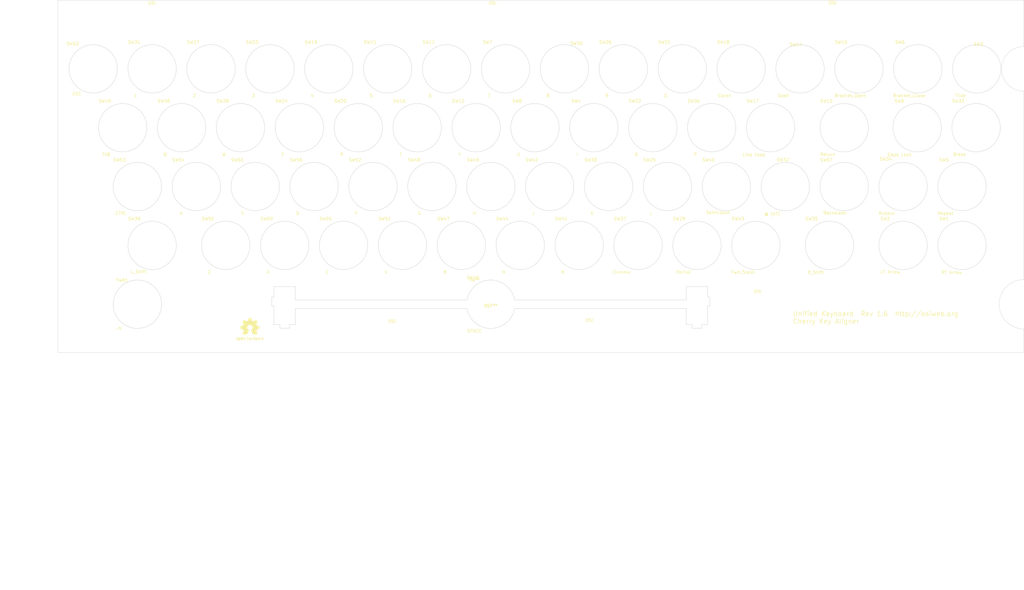
<source format=kicad_pcb>
(kicad_pcb (version 20171130) (host pcbnew "(5.1.6-0-10_14)")

  (general
    (thickness 1.6)
    (drawings 11)
    (tracks 0)
    (zones 0)
    (modules 75)
    (nets 1)
  )

  (page B)
  (title_block
    (title "Cherry Key aligner")
    (date 2019-08-25)
    (rev 1.1)
    (company OSIWeb.org)
    (comment 1 "Key matrix w/ LED")
  )

  (layers
    (0 F.Cu signal)
    (31 B.Cu signal)
    (32 B.Adhes user)
    (33 F.Adhes user)
    (34 B.Paste user)
    (35 F.Paste user)
    (36 B.SilkS user)
    (37 F.SilkS user)
    (38 B.Mask user)
    (39 F.Mask user)
    (40 Dwgs.User user)
    (41 Cmts.User user)
    (42 Eco1.User user)
    (43 Eco2.User user)
    (44 Edge.Cuts user)
    (45 Margin user)
    (46 B.CrtYd user)
    (47 F.CrtYd user)
    (48 B.Fab user)
    (49 F.Fab user)
  )

  (setup
    (last_trace_width 0.254)
    (user_trace_width 0.254)
    (user_trace_width 0.508)
    (user_trace_width 1.27)
    (trace_clearance 0.2)
    (zone_clearance 0.508)
    (zone_45_only no)
    (trace_min 0.2)
    (via_size 0.8128)
    (via_drill 0.4064)
    (via_min_size 0.4)
    (via_min_drill 0.3)
    (user_via 1.27 0.7112)
    (uvia_size 0.3048)
    (uvia_drill 0.1016)
    (uvias_allowed no)
    (uvia_min_size 0.2)
    (uvia_min_drill 0.1)
    (edge_width 0.05)
    (segment_width 0.2)
    (pcb_text_width 0.3)
    (pcb_text_size 1.5 1.5)
    (mod_edge_width 0.12)
    (mod_text_size 1 1)
    (mod_text_width 0.15)
    (pad_size 6.858 6.858)
    (pad_drill 6.858)
    (pad_to_mask_clearance 0)
    (aux_axis_origin 61.4172 179.1081)
    (grid_origin 62.1538 75.2602)
    (visible_elements 7FFFEFFF)
    (pcbplotparams
      (layerselection 0x010f0_ffffffff)
      (usegerberextensions false)
      (usegerberattributes false)
      (usegerberadvancedattributes false)
      (creategerberjobfile false)
      (excludeedgelayer true)
      (linewidth 0.100000)
      (plotframeref false)
      (viasonmask false)
      (mode 1)
      (useauxorigin false)
      (hpglpennumber 1)
      (hpglpenspeed 20)
      (hpglpendiameter 15.000000)
      (psnegative false)
      (psa4output false)
      (plotreference true)
      (plotvalue true)
      (plotinvisibletext false)
      (padsonsilk false)
      (subtractmaskfromsilk false)
      (outputformat 1)
      (mirror false)
      (drillshape 0)
      (scaleselection 1)
      (outputdirectory "outputs"))
  )

  (net 0 "")

  (net_class Default "This is the default net class."
    (clearance 0.2)
    (trace_width 0.254)
    (via_dia 0.8128)
    (via_drill 0.4064)
    (uvia_dia 0.3048)
    (uvia_drill 0.1016)
    (diff_pair_width 0.2032)
    (diff_pair_gap 0.254)
  )

  (net_class power1 ""
    (clearance 0.254)
    (trace_width 1.27)
    (via_dia 1.27)
    (via_drill 0.7112)
    (uvia_dia 0.3048)
    (uvia_drill 0.1016)
    (diff_pair_width 0.2032)
    (diff_pair_gap 0.254)
  )

  (net_class signal ""
    (clearance 0.2032)
    (trace_width 0.254)
    (via_dia 0.8128)
    (via_drill 0.4064)
    (uvia_dia 0.3048)
    (uvia_drill 0.1016)
    (diff_pair_width 0.2032)
    (diff_pair_gap 0.254)
  )

  (module unikbd:Futaba-MD-4PCS-LED-aligner (layer F.Cu) (tedit 5EE8F357) (tstamp 5D0F9D4F)
    (at 287.64738 108.84916)
    (path /5BC3EA0A/5BCAF39B)
    (fp_text reference SW17 (at -5.7912 -8.6106) (layer F.SilkS)
      (effects (font (size 1 1) (thickness 0.15)))
    )
    (fp_text value "Line Feed" (at -5.37464 8.79094) (layer F.SilkS)
      (effects (font (size 1 1) (thickness 0.15)))
    )
    (fp_circle (center 0 0) (end 7.8232 0) (layer Edge.Cuts) (width 0.12))
    (pad "" np_thru_hole circle (at 0 9.525) (size 3.048 3.048) (drill 3.048) (layers *.Cu *.Mask))
    (pad "" np_thru_hole circle (at -6.985 -6.985) (size 1.6256 1.6256) (drill 1.6256) (layers *.Cu *.Mask))
    (pad "" np_thru_hole circle (at -6.985 6.985) (size 1.6256 1.6256) (drill 1.6256) (layers *.Cu *.Mask))
    (pad "" np_thru_hole circle (at 6.985 6.985) (size 1.6256 1.6256) (drill 1.6256) (layers *.Cu *.Mask))
    (pad "" np_thru_hole circle (at 6.985 -6.985) (size 1.6256 1.6256) (drill 1.6256) (layers *.Cu *.Mask))
  )

  (module unikbd:Futaba-MD-4PCS-LED-aligner (layer F.Cu) (tedit 5EE8F357) (tstamp 5E0A154C)
    (at 82.85988 165.99916)
    (fp_text reference SW61 (at -5.0292 -7.7724) (layer F.SilkS)
      (effects (font (size 1 1) (thickness 0.15)))
    )
    (fp_text value FN (at -6.1214 7.7978) (layer F.SilkS)
      (effects (font (size 1 1) (thickness 0.15)))
    )
    (fp_circle (center 0 0) (end 7.8232 0) (layer Edge.Cuts) (width 0.12))
    (pad "" np_thru_hole circle (at 0 9.525) (size 3.048 3.048) (drill 3.048) (layers *.Cu *.Mask))
    (pad "" np_thru_hole circle (at -6.985 -6.985) (size 1.6256 1.6256) (drill 1.6256) (layers *.Cu *.Mask))
    (pad "" np_thru_hole circle (at -6.985 6.985) (size 1.6256 1.6256) (drill 1.6256) (layers *.Cu *.Mask))
    (pad "" np_thru_hole circle (at 6.985 6.985) (size 1.6256 1.6256) (drill 1.6256) (layers *.Cu *.Mask))
    (pad "" np_thru_hole circle (at 6.985 -6.985) (size 1.6256 1.6256) (drill 1.6256) (layers *.Cu *.Mask))
  )

  (module unikbd:Futaba-MD-4PCS-LED-aligner (layer F.Cu) (tedit 5EE8F357) (tstamp 5EE2E6D8)
    (at 335.06918 108.84916)
    (path /5BC3EA0A/5BCAF394)
    (fp_text reference SW9 (at -5.7912 -8.6106) (layer F.SilkS)
      (effects (font (size 1 1) (thickness 0.15)))
    )
    (fp_text value "Caps Lock" (at -5.7023 8.71982) (layer F.SilkS)
      (effects (font (size 1 1) (thickness 0.15)))
    )
    (fp_circle (center 0 0) (end 7.8232 0) (layer Edge.Cuts) (width 0.12))
    (pad "" np_thru_hole circle (at 0 9.525) (size 3.048 3.048) (drill 3.048) (layers *.Cu *.Mask))
    (pad "" np_thru_hole circle (at -6.985 -6.985) (size 1.6256 1.6256) (drill 1.6256) (layers *.Cu *.Mask))
    (pad "" np_thru_hole circle (at -6.985 6.985) (size 1.6256 1.6256) (drill 1.6256) (layers *.Cu *.Mask))
    (pad "" np_thru_hole circle (at 6.985 6.985) (size 1.6256 1.6256) (drill 1.6256) (layers *.Cu *.Mask))
    (pad "" np_thru_hole circle (at 6.985 -6.985) (size 1.6256 1.6256) (drill 1.6256) (layers *.Cu *.Mask))
  )

  (module unikbd:Futaba_space_Cherry_aligner (layer F.Cu) (tedit 5EE3C0EA) (tstamp 5D0D7A0F)
    (at 197.15988 165.99916)
    (path /5BC3E99D/5BC6CD72)
    (fp_text reference SW46 (at -5.7912 -8.6106) (layer F.SilkS)
      (effects (font (size 1 1) (thickness 0.15)))
    )
    (fp_text value SPACE (at -5.334 8.6614) (layer F.SilkS)
      (effects (font (size 1 1) (thickness 0.15)))
    )
    (fp_line (start -63.2206 1.397) (end -7.697216 1.397) (layer Edge.Cuts) (width 0.12))
    (fp_line (start -63.2206 -1.397) (end -7.697216 -1.397) (layer Edge.Cuts) (width 0.12))
    (fp_line (start 7.697216 -1.397) (end 63.2206 -1.397) (layer Edge.Cuts) (width 0.12))
    (fp_line (start 7.697216 1.397) (end 63.2206 1.397) (layer Edge.Cuts) (width 0.12))
    (fp_line (start 63.2206 -1.397) (end 63.2206 -5.6896) (layer Edge.Cuts) (width 0.12))
    (fp_line (start 63.2206 -5.6896) (end 70.1294 -5.6896) (layer Edge.Cuts) (width 0.12))
    (fp_line (start 70.1294 -5.6896) (end 70.1294 -2.286) (layer Edge.Cuts) (width 0.12))
    (fp_line (start 70.1294 -2.286) (end 70.866 -2.286) (layer Edge.Cuts) (width 0.12))
    (fp_line (start 70.866 -2.286) (end 70.866 0.508) (layer Edge.Cuts) (width 0.12))
    (fp_line (start 70.866 0.508) (end 70.1294 0.508) (layer Edge.Cuts) (width 0.12))
    (fp_line (start 70.1294 0.508) (end 70.1294 6.604) (layer Edge.Cuts) (width 0.12))
    (fp_line (start 70.1294 6.604) (end 68.199 6.604) (layer Edge.Cuts) (width 0.12))
    (fp_line (start 68.199 6.604) (end 68.199 7.7724) (layer Edge.Cuts) (width 0.12))
    (fp_line (start 68.199 7.7724) (end 65.151 7.7724) (layer Edge.Cuts) (width 0.12))
    (fp_line (start 65.151 7.7724) (end 65.151 6.604) (layer Edge.Cuts) (width 0.12))
    (fp_line (start 65.151 6.604) (end 63.2206 6.604) (layer Edge.Cuts) (width 0.12))
    (fp_line (start 63.2206 6.604) (end 63.2206 1.397) (layer Edge.Cuts) (width 0.12))
    (fp_line (start -63.2206 1.397) (end -63.2206 6.604) (layer Edge.Cuts) (width 0.12))
    (fp_line (start -63.2206 6.604) (end -65.151 6.604) (layer Edge.Cuts) (width 0.12))
    (fp_line (start -65.151 6.604) (end -65.151 7.7724) (layer Edge.Cuts) (width 0.12))
    (fp_line (start -65.151 7.7724) (end -68.199 7.7724) (layer Edge.Cuts) (width 0.12))
    (fp_line (start -68.199 7.7724) (end -68.199 6.604) (layer Edge.Cuts) (width 0.12))
    (fp_line (start -68.199 6.604) (end -70.1294 6.604) (layer Edge.Cuts) (width 0.12))
    (fp_line (start -70.1294 6.604) (end -70.1294 0.508) (layer Edge.Cuts) (width 0.12))
    (fp_line (start -70.1294 0.508) (end -70.866 0.508) (layer Edge.Cuts) (width 0.12))
    (fp_line (start -70.866 0.508) (end -70.866 -2.286) (layer Edge.Cuts) (width 0.12))
    (fp_line (start -70.866 -2.286) (end -70.1294 -2.286) (layer Edge.Cuts) (width 0.12))
    (fp_line (start -70.1294 -2.286) (end -70.1294 -5.6896) (layer Edge.Cuts) (width 0.12))
    (fp_line (start -70.1294 -5.6896) (end -63.2206 -5.6896) (layer Edge.Cuts) (width 0.12))
    (fp_line (start -63.2206 -5.6896) (end -63.2206 -1.397) (layer Edge.Cuts) (width 0.12))
    (fp_text user MX_space_aligner (at -0.6096 7.9248) (layer B.Fab)
      (effects (font (size 1 1) (thickness 0.15)))
    )
    (fp_text user SW** (at -5.334 -7.874) (layer F.SilkS)
      (effects (font (size 1 1) (thickness 0.15)))
    )
    (fp_text user Futaba_2u_Cherry_aligner (at 0 -0.5) (layer F.Fab)
      (effects (font (size 1 1) (thickness 0.15)))
    )
    (fp_text user REF** (at 0 0.5) (layer F.SilkS)
      (effects (font (size 1 1) (thickness 0.15)))
    )
    (fp_arc (start 0 0) (end 7.697216 -1.397) (angle -159.4) (layer Edge.Cuts) (width 0.12))
    (fp_arc (start 0 0) (end -7.697216 1.397) (angle -159.4) (layer Edge.Cuts) (width 0.12))
    (pad "" np_thru_hole circle (at -6.985 6.985) (size 1.6256 1.6256) (drill 1.6256) (layers *.Cu *.Mask))
    (pad "" np_thru_hole circle (at -6.985 -6.985) (size 1.6256 1.6256) (drill 1.6256) (layers *.Cu *.Mask))
    (pad "" np_thru_hole circle (at 6.985 -6.985) (size 1.6256 1.6256) (drill 1.6256) (layers *.Cu *.Mask))
    (pad "" np_thru_hole circle (at 6.985 6.985) (size 1.6256 1.6256) (drill 1.6256) (layers *.Cu *.Mask))
  )

  (module unikbd:Futaba-MD-4PCS-aligner (layer F.Cu) (tedit 5DA63068) (tstamp 5D0FBBE7)
    (at 244.78488 146.94916)
    (path /5BC3E99D/5BC6CEDD)
    (fp_text reference SW37 (at -5.7912 -8.6106) (layer F.SilkS)
      (effects (font (size 1 1) (thickness 0.15)))
    )
    (fp_text value Comma (at -5.334 8.6614) (layer F.SilkS)
      (effects (font (size 1 1) (thickness 0.15)))
    )
    (fp_circle (center 0 0) (end 7.8232 0) (layer Edge.Cuts) (width 0.12))
    (pad "" np_thru_hole circle (at -6.985 -6.985) (size 1.6256 1.6256) (drill 1.6256) (layers *.Cu *.Mask))
    (pad "" np_thru_hole circle (at -6.985 6.985) (size 1.6256 1.6256) (drill 1.6256) (layers *.Cu *.Mask))
    (pad "" np_thru_hole circle (at 6.985 6.985) (size 1.6256 1.6256) (drill 1.6256) (layers *.Cu *.Mask))
    (pad "" np_thru_hole circle (at 6.985 -6.985) (size 1.6256 1.6256) (drill 1.6256) (layers *.Cu *.Mask))
  )

  (module unikbd:Futaba-MD-4PCS-aligner locked (layer F.Cu) (tedit 5DA63068) (tstamp 5D0D7CEF)
    (at 87.62238 89.79916)
    (path /5BC3EA0A/5BCAF489)
    (fp_text reference SW31 (at -5.7912 -8.6106) (layer F.SilkS)
      (effects (font (size 1 1) (thickness 0.15)))
    )
    (fp_text value 1 (at -5.334 8.6614) (layer F.SilkS)
      (effects (font (size 1 1) (thickness 0.15)))
    )
    (fp_circle (center 0 0) (end 7.8232 0) (layer Edge.Cuts) (width 0.12))
    (pad "" np_thru_hole circle (at -6.985 -6.985) (size 1.6256 1.6256) (drill 1.6256) (layers *.Cu *.Mask))
    (pad "" np_thru_hole circle (at -6.985 6.985) (size 1.6256 1.6256) (drill 1.6256) (layers *.Cu *.Mask))
    (pad "" np_thru_hole circle (at 6.985 6.985) (size 1.6256 1.6256) (drill 1.6256) (layers *.Cu *.Mask))
    (pad "" np_thru_hole circle (at 6.985 -6.985) (size 1.6256 1.6256) (drill 1.6256) (layers *.Cu *.Mask))
  )

  (module unikbd:Futaba-MD-4PCS-aligner locked (layer F.Cu) (tedit 5DA63068) (tstamp 5D0D7CDF)
    (at 220.97238 89.79916)
    (path /5BC3EA0A/5BCAF419)
    (fp_text reference SW30 (at 3.91922 -8.21436) (layer F.SilkS)
      (effects (font (size 1 1) (thickness 0.15)))
    )
    (fp_text value 8 (at -5.334 8.6614) (layer F.SilkS)
      (effects (font (size 1 1) (thickness 0.15)))
    )
    (fp_circle (center 0 0) (end 7.8232 0) (layer Edge.Cuts) (width 0.12))
    (pad "" np_thru_hole circle (at -6.985 -6.985) (size 1.6256 1.6256) (drill 1.6256) (layers *.Cu *.Mask))
    (pad "" np_thru_hole circle (at -6.985 6.985) (size 1.6256 1.6256) (drill 1.6256) (layers *.Cu *.Mask))
    (pad "" np_thru_hole circle (at 6.985 6.985) (size 1.6256 1.6256) (drill 1.6256) (layers *.Cu *.Mask))
    (pad "" np_thru_hole circle (at 6.985 -6.985) (size 1.6256 1.6256) (drill 1.6256) (layers *.Cu *.Mask))
  )

  (module unikbd:Futaba-MD-4PCS-aligner (layer F.Cu) (tedit 5DA63068) (tstamp 5D633EAE)
    (at 263.83488 146.94916)
    (path /5BC3EA0A/5BCAF3A9)
    (fp_text reference SW29 (at -5.7912 -8.6106) (layer F.SilkS)
      (effects (font (size 1 1) (thickness 0.15)))
    )
    (fp_text value Period (at -4.38658 8.6614) (layer F.SilkS)
      (effects (font (size 1 1) (thickness 0.15)))
    )
    (fp_circle (center 0 0) (end 7.8232 0) (layer Edge.Cuts) (width 0.12))
    (pad "" np_thru_hole circle (at -6.985 -6.985) (size 1.6256 1.6256) (drill 1.6256) (layers *.Cu *.Mask))
    (pad "" np_thru_hole circle (at -6.985 6.985) (size 1.6256 1.6256) (drill 1.6256) (layers *.Cu *.Mask))
    (pad "" np_thru_hole circle (at 6.985 6.985) (size 1.6256 1.6256) (drill 1.6256) (layers *.Cu *.Mask))
    (pad "" np_thru_hole circle (at 6.985 -6.985) (size 1.6256 1.6256) (drill 1.6256) (layers *.Cu *.Mask))
  )

  (module unikbd:Futaba-MD-4PCS-aligner (layer F.Cu) (tedit 5DA63068) (tstamp 5D0F9EDE)
    (at 116.19738 108.84916)
    (path /5BC3EA0A/5BCAF339)
    (fp_text reference SW28 (at -5.7912 -8.6106) (layer F.SilkS)
      (effects (font (size 1 1) (thickness 0.15)))
    )
    (fp_text value W (at -5.334 8.6614) (layer F.SilkS)
      (effects (font (size 1 1) (thickness 0.15)))
    )
    (fp_circle (center 0 0) (end 7.8232 0) (layer Edge.Cuts) (width 0.12))
    (pad "" np_thru_hole circle (at -6.985 -6.985) (size 1.6256 1.6256) (drill 1.6256) (layers *.Cu *.Mask))
    (pad "" np_thru_hole circle (at -6.985 6.985) (size 1.6256 1.6256) (drill 1.6256) (layers *.Cu *.Mask))
    (pad "" np_thru_hole circle (at 6.985 6.985) (size 1.6256 1.6256) (drill 1.6256) (layers *.Cu *.Mask))
    (pad "" np_thru_hole circle (at 6.985 -6.985) (size 1.6256 1.6256) (drill 1.6256) (layers *.Cu *.Mask))
  )

  (module unikbd:Futaba-MD-4PCS-aligner locked (layer F.Cu) (tedit 5DA63068) (tstamp 5D0D7CAF)
    (at 106.67238 89.79916)
    (path /5BC3EA0A/5BCAF490)
    (fp_text reference SW27 (at -5.7912 -8.6106) (layer F.SilkS)
      (effects (font (size 1 1) (thickness 0.15)))
    )
    (fp_text value 2 (at -5.334 8.6614) (layer F.SilkS)
      (effects (font (size 1 1) (thickness 0.15)))
    )
    (fp_circle (center 0 0) (end 7.8232 0) (layer Edge.Cuts) (width 0.12))
    (pad "" np_thru_hole circle (at -6.985 -6.985) (size 1.6256 1.6256) (drill 1.6256) (layers *.Cu *.Mask))
    (pad "" np_thru_hole circle (at -6.985 6.985) (size 1.6256 1.6256) (drill 1.6256) (layers *.Cu *.Mask))
    (pad "" np_thru_hole circle (at 6.985 6.985) (size 1.6256 1.6256) (drill 1.6256) (layers *.Cu *.Mask))
    (pad "" np_thru_hole circle (at 6.985 -6.985) (size 1.6256 1.6256) (drill 1.6256) (layers *.Cu *.Mask))
  )

  (module unikbd:Futaba-MD-4PCS-aligner locked (layer F.Cu) (tedit 5DA63068) (tstamp 5D0D7C9F)
    (at 240.02238 89.79916)
    (path /5BC3EA0A/5BCAF420)
    (fp_text reference SW26 (at -5.7912 -8.6106) (layer F.SilkS)
      (effects (font (size 1 1) (thickness 0.15)))
    )
    (fp_text value 9 (at -5.334 8.6614) (layer F.SilkS)
      (effects (font (size 1 1) (thickness 0.15)))
    )
    (fp_circle (center 0 0) (end 7.8232 0) (layer Edge.Cuts) (width 0.12))
    (pad "" np_thru_hole circle (at -6.985 -6.985) (size 1.6256 1.6256) (drill 1.6256) (layers *.Cu *.Mask))
    (pad "" np_thru_hole circle (at -6.985 6.985) (size 1.6256 1.6256) (drill 1.6256) (layers *.Cu *.Mask))
    (pad "" np_thru_hole circle (at 6.985 6.985) (size 1.6256 1.6256) (drill 1.6256) (layers *.Cu *.Mask))
    (pad "" np_thru_hole circle (at 6.985 -6.985) (size 1.6256 1.6256) (drill 1.6256) (layers *.Cu *.Mask))
  )

  (module unikbd:Futaba-MD-4PCS-aligner (layer F.Cu) (tedit 5DA63068) (tstamp 5D0FAB87)
    (at 254.30988 127.89916)
    (path /5BC3EA0A/5BCAF3B0)
    (fp_text reference SW25 (at -5.7912 -8.6106) (layer F.SilkS)
      (effects (font (size 1 1) (thickness 0.15)))
    )
    (fp_text value L (at -5.334 8.6614) (layer F.SilkS)
      (effects (font (size 1 1) (thickness 0.15)))
    )
    (fp_circle (center 0 0) (end 7.8232 0) (layer Edge.Cuts) (width 0.12))
    (pad "" np_thru_hole circle (at -6.985 -6.985) (size 1.6256 1.6256) (drill 1.6256) (layers *.Cu *.Mask))
    (pad "" np_thru_hole circle (at -6.985 6.985) (size 1.6256 1.6256) (drill 1.6256) (layers *.Cu *.Mask))
    (pad "" np_thru_hole circle (at 6.985 6.985) (size 1.6256 1.6256) (drill 1.6256) (layers *.Cu *.Mask))
    (pad "" np_thru_hole circle (at 6.985 -6.985) (size 1.6256 1.6256) (drill 1.6256) (layers *.Cu *.Mask))
  )

  (module unikbd:Futaba-MD-4PCS-aligner (layer F.Cu) (tedit 5DA63068) (tstamp 5D0F9EA5)
    (at 135.24738 108.84916)
    (path /5BC3EA0A/5BCAF340)
    (fp_text reference SW24 (at -5.7912 -8.6106) (layer F.SilkS)
      (effects (font (size 1 1) (thickness 0.15)))
    )
    (fp_text value E (at -5.334 8.6614) (layer F.SilkS)
      (effects (font (size 1 1) (thickness 0.15)))
    )
    (fp_circle (center 0 0) (end 7.8232 0) (layer Edge.Cuts) (width 0.12))
    (pad "" np_thru_hole circle (at -6.985 -6.985) (size 1.6256 1.6256) (drill 1.6256) (layers *.Cu *.Mask))
    (pad "" np_thru_hole circle (at -6.985 6.985) (size 1.6256 1.6256) (drill 1.6256) (layers *.Cu *.Mask))
    (pad "" np_thru_hole circle (at 6.985 6.985) (size 1.6256 1.6256) (drill 1.6256) (layers *.Cu *.Mask))
    (pad "" np_thru_hole circle (at 6.985 -6.985) (size 1.6256 1.6256) (drill 1.6256) (layers *.Cu *.Mask))
  )

  (module unikbd:Futaba-MD-4PCS-aligner locked (layer F.Cu) (tedit 5DA63068) (tstamp 5D0D7C6F)
    (at 125.72238 89.79916)
    (path /5BC3EA0A/5BCAF482)
    (fp_text reference SW23 (at -5.7912 -8.6106) (layer F.SilkS)
      (effects (font (size 1 1) (thickness 0.15)))
    )
    (fp_text value 3 (at -5.334 8.6614) (layer F.SilkS)
      (effects (font (size 1 1) (thickness 0.15)))
    )
    (fp_circle (center 0 0) (end 7.8232 0) (layer Edge.Cuts) (width 0.12))
    (pad "" np_thru_hole circle (at -6.985 -6.985) (size 1.6256 1.6256) (drill 1.6256) (layers *.Cu *.Mask))
    (pad "" np_thru_hole circle (at -6.985 6.985) (size 1.6256 1.6256) (drill 1.6256) (layers *.Cu *.Mask))
    (pad "" np_thru_hole circle (at 6.985 6.985) (size 1.6256 1.6256) (drill 1.6256) (layers *.Cu *.Mask))
    (pad "" np_thru_hole circle (at 6.985 -6.985) (size 1.6256 1.6256) (drill 1.6256) (layers *.Cu *.Mask))
  )

  (module unikbd:Futaba-MD-4PCS-aligner (layer F.Cu) (tedit 5DA63068) (tstamp 5D633858)
    (at 249.54738 108.84916)
    (path /5BC3EA0A/5BCAF412)
    (fp_text reference SW22 (at -5.7912 -8.6106) (layer F.SilkS)
      (effects (font (size 1 1) (thickness 0.15)))
    )
    (fp_text value 0 (at -5.334 8.6614) (layer F.SilkS)
      (effects (font (size 1 1) (thickness 0.15)))
    )
    (fp_circle (center 0 0) (end 7.8232 0) (layer Edge.Cuts) (width 0.12))
    (pad "" np_thru_hole circle (at -6.985 -6.985) (size 1.6256 1.6256) (drill 1.6256) (layers *.Cu *.Mask))
    (pad "" np_thru_hole circle (at -6.985 6.985) (size 1.6256 1.6256) (drill 1.6256) (layers *.Cu *.Mask))
    (pad "" np_thru_hole circle (at 6.985 6.985) (size 1.6256 1.6256) (drill 1.6256) (layers *.Cu *.Mask))
    (pad "" np_thru_hole circle (at 6.985 -6.985) (size 1.6256 1.6256) (drill 1.6256) (layers *.Cu *.Mask))
  )

  (module unikbd:Futaba-MD-4PCS-aligner locked (layer F.Cu) (tedit 5DA63068) (tstamp 5D0D7C4F)
    (at 259.07238 89.79916)
    (path /5BC3EA0A/5BCAF3A2)
    (fp_text reference SW21 (at -5.7912 -8.6106) (layer F.SilkS)
      (effects (font (size 1 1) (thickness 0.15)))
    )
    (fp_text value O (at -5.334 8.6614) (layer F.SilkS)
      (effects (font (size 1 1) (thickness 0.15)))
    )
    (fp_circle (center 0 0) (end 7.8232 0) (layer Edge.Cuts) (width 0.12))
    (pad "" np_thru_hole circle (at -6.985 -6.985) (size 1.6256 1.6256) (drill 1.6256) (layers *.Cu *.Mask))
    (pad "" np_thru_hole circle (at -6.985 6.985) (size 1.6256 1.6256) (drill 1.6256) (layers *.Cu *.Mask))
    (pad "" np_thru_hole circle (at 6.985 6.985) (size 1.6256 1.6256) (drill 1.6256) (layers *.Cu *.Mask))
    (pad "" np_thru_hole circle (at 6.985 -6.985) (size 1.6256 1.6256) (drill 1.6256) (layers *.Cu *.Mask))
  )

  (module unikbd:Futaba-MD-4PCS-aligner (layer F.Cu) (tedit 5DA63068) (tstamp 5D0F9E6C)
    (at 154.29738 108.84916)
    (path /5BC3EA0A/5BCAF332)
    (fp_text reference SW20 (at -5.7912 -8.6106) (layer F.SilkS)
      (effects (font (size 1 1) (thickness 0.15)))
    )
    (fp_text value R (at -5.334 8.6614) (layer F.SilkS)
      (effects (font (size 1 1) (thickness 0.15)))
    )
    (fp_circle (center 0 0) (end 7.8232 0) (layer Edge.Cuts) (width 0.12))
    (pad "" np_thru_hole circle (at -6.985 -6.985) (size 1.6256 1.6256) (drill 1.6256) (layers *.Cu *.Mask))
    (pad "" np_thru_hole circle (at -6.985 6.985) (size 1.6256 1.6256) (drill 1.6256) (layers *.Cu *.Mask))
    (pad "" np_thru_hole circle (at 6.985 6.985) (size 1.6256 1.6256) (drill 1.6256) (layers *.Cu *.Mask))
    (pad "" np_thru_hole circle (at 6.985 -6.985) (size 1.6256 1.6256) (drill 1.6256) (layers *.Cu *.Mask))
  )

  (module unikbd:Futaba-MD-4PCS-aligner locked (layer F.Cu) (tedit 5DA63068) (tstamp 5D0D7C2F)
    (at 144.77238 89.79916)
    (path /5BC3EA0A/5BCAF47B)
    (fp_text reference SW19 (at -5.7912 -8.6106) (layer F.SilkS)
      (effects (font (size 1 1) (thickness 0.15)))
    )
    (fp_text value 4 (at -5.334 8.6614) (layer F.SilkS)
      (effects (font (size 1 1) (thickness 0.15)))
    )
    (fp_circle (center 0 0) (end 7.8232 0) (layer Edge.Cuts) (width 0.12))
    (pad "" np_thru_hole circle (at -6.985 -6.985) (size 1.6256 1.6256) (drill 1.6256) (layers *.Cu *.Mask))
    (pad "" np_thru_hole circle (at -6.985 6.985) (size 1.6256 1.6256) (drill 1.6256) (layers *.Cu *.Mask))
    (pad "" np_thru_hole circle (at 6.985 6.985) (size 1.6256 1.6256) (drill 1.6256) (layers *.Cu *.Mask))
    (pad "" np_thru_hole circle (at 6.985 -6.985) (size 1.6256 1.6256) (drill 1.6256) (layers *.Cu *.Mask))
  )

  (module unikbd:Futaba-MD-4PCS-aligner locked (layer F.Cu) (tedit 5DA63068) (tstamp 5D0D7C1F)
    (at 278.12238 89.79916)
    (path /5BC3EA0A/5BCAF40B)
    (fp_text reference SW18 (at -5.7912 -8.6106) (layer F.SilkS)
      (effects (font (size 1 1) (thickness 0.15)))
    )
    (fp_text value Colon (at -5.334 8.6614) (layer F.SilkS)
      (effects (font (size 1 1) (thickness 0.15)))
    )
    (fp_circle (center 0 0) (end 7.8232 0) (layer Edge.Cuts) (width 0.12))
    (pad "" np_thru_hole circle (at -6.985 -6.985) (size 1.6256 1.6256) (drill 1.6256) (layers *.Cu *.Mask))
    (pad "" np_thru_hole circle (at -6.985 6.985) (size 1.6256 1.6256) (drill 1.6256) (layers *.Cu *.Mask))
    (pad "" np_thru_hole circle (at 6.985 6.985) (size 1.6256 1.6256) (drill 1.6256) (layers *.Cu *.Mask))
    (pad "" np_thru_hole circle (at 6.985 -6.985) (size 1.6256 1.6256) (drill 1.6256) (layers *.Cu *.Mask))
  )

  (module unikbd:Futaba-MD-4PCS-aligner (layer F.Cu) (tedit 5DA63068) (tstamp 5D0F9D88)
    (at 173.34738 108.84916)
    (path /5BC3EA0A/5BCAF32B)
    (fp_text reference SW16 (at -5.7912 -8.6106) (layer F.SilkS)
      (effects (font (size 1 1) (thickness 0.15)))
    )
    (fp_text value T (at -5.334 8.6614) (layer F.SilkS)
      (effects (font (size 1 1) (thickness 0.15)))
    )
    (fp_circle (center 0 0) (end 7.8232 0) (layer Edge.Cuts) (width 0.12))
    (pad "" np_thru_hole circle (at -6.985 -6.985) (size 1.6256 1.6256) (drill 1.6256) (layers *.Cu *.Mask))
    (pad "" np_thru_hole circle (at -6.985 6.985) (size 1.6256 1.6256) (drill 1.6256) (layers *.Cu *.Mask))
    (pad "" np_thru_hole circle (at 6.985 6.985) (size 1.6256 1.6256) (drill 1.6256) (layers *.Cu *.Mask))
    (pad "" np_thru_hole circle (at 6.985 -6.985) (size 1.6256 1.6256) (drill 1.6256) (layers *.Cu *.Mask))
  )

  (module unikbd:Futaba-MD-4PCS-aligner locked (layer F.Cu) (tedit 5DA63068) (tstamp 5D0D7BEF)
    (at 163.82238 89.79916)
    (path /5BC3EA0A/5BCAF46D)
    (fp_text reference SW15 (at -5.7912 -8.6106) (layer F.SilkS)
      (effects (font (size 1 1) (thickness 0.15)))
    )
    (fp_text value 5 (at -5.334 8.6614) (layer F.SilkS)
      (effects (font (size 1 1) (thickness 0.15)))
    )
    (fp_circle (center 0 0) (end 7.8232 0) (layer Edge.Cuts) (width 0.12))
    (pad "" np_thru_hole circle (at -6.985 -6.985) (size 1.6256 1.6256) (drill 1.6256) (layers *.Cu *.Mask))
    (pad "" np_thru_hole circle (at -6.985 6.985) (size 1.6256 1.6256) (drill 1.6256) (layers *.Cu *.Mask))
    (pad "" np_thru_hole circle (at 6.985 6.985) (size 1.6256 1.6256) (drill 1.6256) (layers *.Cu *.Mask))
    (pad "" np_thru_hole circle (at 6.985 -6.985) (size 1.6256 1.6256) (drill 1.6256) (layers *.Cu *.Mask))
  )

  (module unikbd:Futaba-MD-4PCS-aligner locked (layer F.Cu) (tedit 5DA63068) (tstamp 5D0D7BDF)
    (at 297.17238 89.79916)
    (path /5BC3EA0A/5BCAF3FD)
    (fp_text reference SW14 (at -1.33858 -7.85876) (layer F.SilkS)
      (effects (font (size 1 1) (thickness 0.15)))
    )
    (fp_text value Dash (at -5.334 8.6614) (layer F.SilkS)
      (effects (font (size 1 1) (thickness 0.15)))
    )
    (fp_circle (center 0 0) (end 7.8232 0) (layer Edge.Cuts) (width 0.12))
    (pad "" np_thru_hole circle (at -6.985 -6.985) (size 1.6256 1.6256) (drill 1.6256) (layers *.Cu *.Mask))
    (pad "" np_thru_hole circle (at -6.985 6.985) (size 1.6256 1.6256) (drill 1.6256) (layers *.Cu *.Mask))
    (pad "" np_thru_hole circle (at 6.985 6.985) (size 1.6256 1.6256) (drill 1.6256) (layers *.Cu *.Mask))
    (pad "" np_thru_hole circle (at 6.985 -6.985) (size 1.6256 1.6256) (drill 1.6256) (layers *.Cu *.Mask))
  )

  (module unikbd:Futaba-MD-4PCS-aligner (layer F.Cu) (tedit 5DA63068) (tstamp 5EE2E6FC)
    (at 311.45988 108.84916)
    (path /5BC3EA0A/5BCAF38D)
    (fp_text reference SW13 (at -5.7912 -8.6106) (layer F.SilkS)
      (effects (font (size 1 1) (thickness 0.15)))
    )
    (fp_text value Return (at -5.334 8.6614) (layer F.SilkS)
      (effects (font (size 1 1) (thickness 0.15)))
    )
    (fp_circle (center 0 0) (end 7.8232 0) (layer Edge.Cuts) (width 0.12))
    (pad "" np_thru_hole circle (at -6.985 -6.985) (size 1.6256 1.6256) (drill 1.6256) (layers *.Cu *.Mask))
    (pad "" np_thru_hole circle (at -6.985 6.985) (size 1.6256 1.6256) (drill 1.6256) (layers *.Cu *.Mask))
    (pad "" np_thru_hole circle (at 6.985 6.985) (size 1.6256 1.6256) (drill 1.6256) (layers *.Cu *.Mask))
    (pad "" np_thru_hole circle (at 6.985 -6.985) (size 1.6256 1.6256) (drill 1.6256) (layers *.Cu *.Mask))
  )

  (module unikbd:Futaba-MD-4PCS-aligner (layer F.Cu) (tedit 5DA63068) (tstamp 5D0F9DFA)
    (at 192.39738 108.84916)
    (path /5BC3EA0A/5BCAF31D)
    (fp_text reference SW12 (at -5.7912 -8.6106) (layer F.SilkS)
      (effects (font (size 1 1) (thickness 0.15)))
    )
    (fp_text value Y (at -5.334 8.6614) (layer F.SilkS)
      (effects (font (size 1 1) (thickness 0.15)))
    )
    (fp_circle (center 0 0) (end 7.8232 0) (layer Edge.Cuts) (width 0.12))
    (pad "" np_thru_hole circle (at -6.985 -6.985) (size 1.6256 1.6256) (drill 1.6256) (layers *.Cu *.Mask))
    (pad "" np_thru_hole circle (at -6.985 6.985) (size 1.6256 1.6256) (drill 1.6256) (layers *.Cu *.Mask))
    (pad "" np_thru_hole circle (at 6.985 6.985) (size 1.6256 1.6256) (drill 1.6256) (layers *.Cu *.Mask))
    (pad "" np_thru_hole circle (at 6.985 -6.985) (size 1.6256 1.6256) (drill 1.6256) (layers *.Cu *.Mask))
  )

  (module unikbd:Futaba-MD-4PCS-aligner locked (layer F.Cu) (tedit 5DA63068) (tstamp 5D0D7BAF)
    (at 182.87238 89.79916)
    (path /5BC3EA0A/5BCAF474)
    (fp_text reference SW11 (at -5.7912 -8.6106) (layer F.SilkS)
      (effects (font (size 1 1) (thickness 0.15)))
    )
    (fp_text value 6 (at -5.334 8.6614) (layer F.SilkS)
      (effects (font (size 1 1) (thickness 0.15)))
    )
    (fp_circle (center 0 0) (end 7.8232 0) (layer Edge.Cuts) (width 0.12))
    (pad "" np_thru_hole circle (at -6.985 -6.985) (size 1.6256 1.6256) (drill 1.6256) (layers *.Cu *.Mask))
    (pad "" np_thru_hole circle (at -6.985 6.985) (size 1.6256 1.6256) (drill 1.6256) (layers *.Cu *.Mask))
    (pad "" np_thru_hole circle (at 6.985 6.985) (size 1.6256 1.6256) (drill 1.6256) (layers *.Cu *.Mask))
    (pad "" np_thru_hole circle (at 6.985 -6.985) (size 1.6256 1.6256) (drill 1.6256) (layers *.Cu *.Mask))
  )

  (module unikbd:Futaba-MD-4PCS-aligner locked (layer F.Cu) (tedit 5DA63068) (tstamp 5D105DE3)
    (at 316.22238 89.79916)
    (path /5BC3EA0A/5BCAF404)
    (fp_text reference SW10 (at -5.7912 -8.6106) (layer F.SilkS)
      (effects (font (size 1 1) (thickness 0.15)))
    )
    (fp_text value Bracket_Open (at -2.794 8.6614) (layer F.SilkS)
      (effects (font (size 1 1) (thickness 0.15)))
    )
    (fp_circle (center 0 0) (end 7.8232 0) (layer Edge.Cuts) (width 0.12))
    (pad "" np_thru_hole circle (at -6.985 -6.985) (size 1.6256 1.6256) (drill 1.6256) (layers *.Cu *.Mask))
    (pad "" np_thru_hole circle (at -6.985 6.985) (size 1.6256 1.6256) (drill 1.6256) (layers *.Cu *.Mask))
    (pad "" np_thru_hole circle (at 6.985 6.985) (size 1.6256 1.6256) (drill 1.6256) (layers *.Cu *.Mask))
    (pad "" np_thru_hole circle (at 6.985 -6.985) (size 1.6256 1.6256) (drill 1.6256) (layers *.Cu *.Mask))
  )

  (module unikbd:Futaba-MD-4PCS-aligner (layer F.Cu) (tedit 5DA63068) (tstamp 5D0F9DC1)
    (at 211.44738 108.84916)
    (path /5BC3EA0A/5BCAF324)
    (fp_text reference SW8 (at -5.7912 -8.6106) (layer F.SilkS)
      (effects (font (size 1 1) (thickness 0.15)))
    )
    (fp_text value U (at -5.334 8.6614) (layer F.SilkS)
      (effects (font (size 1 1) (thickness 0.15)))
    )
    (fp_circle (center 0 0) (end 7.8232 0) (layer Edge.Cuts) (width 0.12))
    (pad "" np_thru_hole circle (at -6.985 -6.985) (size 1.6256 1.6256) (drill 1.6256) (layers *.Cu *.Mask))
    (pad "" np_thru_hole circle (at -6.985 6.985) (size 1.6256 1.6256) (drill 1.6256) (layers *.Cu *.Mask))
    (pad "" np_thru_hole circle (at 6.985 6.985) (size 1.6256 1.6256) (drill 1.6256) (layers *.Cu *.Mask))
    (pad "" np_thru_hole circle (at 6.985 -6.985) (size 1.6256 1.6256) (drill 1.6256) (layers *.Cu *.Mask))
  )

  (module unikbd:Futaba-MD-4PCS-aligner (layer F.Cu) (tedit 5DA63068) (tstamp 5D0D7B6F)
    (at 201.92238 89.79916)
    (path /5BC3EA0A/5BCAF466)
    (fp_text reference SW7 (at -5.7912 -8.6106) (layer F.SilkS)
      (effects (font (size 1 1) (thickness 0.15)))
    )
    (fp_text value 7 (at -5.334 8.6614) (layer F.SilkS)
      (effects (font (size 1 1) (thickness 0.15)))
    )
    (fp_circle (center 0 0) (end 7.8232 0) (layer Edge.Cuts) (width 0.12))
    (pad "" np_thru_hole circle (at -6.985 -6.985) (size 1.6256 1.6256) (drill 1.6256) (layers *.Cu *.Mask))
    (pad "" np_thru_hole circle (at -6.985 6.985) (size 1.6256 1.6256) (drill 1.6256) (layers *.Cu *.Mask))
    (pad "" np_thru_hole circle (at 6.985 6.985) (size 1.6256 1.6256) (drill 1.6256) (layers *.Cu *.Mask))
    (pad "" np_thru_hole circle (at 6.985 -6.985) (size 1.6256 1.6256) (drill 1.6256) (layers *.Cu *.Mask))
  )

  (module unikbd:Futaba-MD-4PCS-aligner locked (layer F.Cu) (tedit 5DA63068) (tstamp 5D105E93)
    (at 335.27238 89.79916)
    (path /5BC3EA0A/5BCAF3F6)
    (fp_text reference SW6 (at -5.7912 -8.6106) (layer F.SilkS)
      (effects (font (size 1 1) (thickness 0.15)))
    )
    (fp_text value Bracket_Close (at -2.794 8.6614) (layer F.SilkS)
      (effects (font (size 1 1) (thickness 0.15)))
    )
    (fp_circle (center 0 0) (end 7.8232 0) (layer Edge.Cuts) (width 0.12))
    (pad "" np_thru_hole circle (at -6.985 -6.985) (size 1.6256 1.6256) (drill 1.6256) (layers *.Cu *.Mask))
    (pad "" np_thru_hole circle (at -6.985 6.985) (size 1.6256 1.6256) (drill 1.6256) (layers *.Cu *.Mask))
    (pad "" np_thru_hole circle (at 6.985 6.985) (size 1.6256 1.6256) (drill 1.6256) (layers *.Cu *.Mask))
    (pad "" np_thru_hole circle (at 6.985 -6.985) (size 1.6256 1.6256) (drill 1.6256) (layers *.Cu *.Mask))
  )

  (module unikbd:Futaba-MD-4PCS-aligner (layer F.Cu) (tedit 5DA63068) (tstamp 5D0F200E)
    (at 349.55988 127.89916)
    (path /5BC3EA0A/5BCAF386)
    (fp_text reference SW5 (at -5.7912 -8.6106) (layer F.SilkS)
      (effects (font (size 1 1) (thickness 0.15)))
    )
    (fp_text value Repeat (at -5.334 8.6614) (layer F.SilkS)
      (effects (font (size 1 1) (thickness 0.15)))
    )
    (fp_circle (center 0 0) (end 7.8232 0) (layer Edge.Cuts) (width 0.12))
    (pad "" np_thru_hole circle (at -6.985 -6.985) (size 1.6256 1.6256) (drill 1.6256) (layers *.Cu *.Mask))
    (pad "" np_thru_hole circle (at -6.985 6.985) (size 1.6256 1.6256) (drill 1.6256) (layers *.Cu *.Mask))
    (pad "" np_thru_hole circle (at 6.985 6.985) (size 1.6256 1.6256) (drill 1.6256) (layers *.Cu *.Mask))
    (pad "" np_thru_hole circle (at 6.985 -6.985) (size 1.6256 1.6256) (drill 1.6256) (layers *.Cu *.Mask))
  )

  (module unikbd:Futaba-MD-4PCS-aligner (layer F.Cu) (tedit 5DA63068) (tstamp 5D0F9D16)
    (at 230.49738 108.84916)
    (path /5BC3EA0A/5BCAF316)
    (fp_text reference SW4 (at -5.7912 -8.6106) (layer F.SilkS)
      (effects (font (size 1 1) (thickness 0.15)))
    )
    (fp_text value I (at -5.334 8.6614) (layer F.SilkS)
      (effects (font (size 1 1) (thickness 0.15)))
    )
    (fp_circle (center 0 0) (end 7.8232 0) (layer Edge.Cuts) (width 0.12))
    (pad "" np_thru_hole circle (at -6.985 -6.985) (size 1.6256 1.6256) (drill 1.6256) (layers *.Cu *.Mask))
    (pad "" np_thru_hole circle (at -6.985 6.985) (size 1.6256 1.6256) (drill 1.6256) (layers *.Cu *.Mask))
    (pad "" np_thru_hole circle (at 6.985 6.985) (size 1.6256 1.6256) (drill 1.6256) (layers *.Cu *.Mask))
    (pad "" np_thru_hole circle (at 6.985 -6.985) (size 1.6256 1.6256) (drill 1.6256) (layers *.Cu *.Mask))
  )

  (module unikbd:Futaba-MD-4PCS-aligner locked (layer F.Cu) (tedit 5DA63068) (tstamp 5D0D7B1F)
    (at 354.32238 89.79916)
    (path /5BC3EA0A/5BCAF3EF)
    (fp_text reference SW3 (at 0.56642 -7.96036) (layer F.SilkS)
      (effects (font (size 1 1) (thickness 0.15)))
    )
    (fp_text value Tilde (at -5.334 8.6614) (layer F.SilkS)
      (effects (font (size 1 1) (thickness 0.15)))
    )
    (fp_circle (center 0 0) (end 7.8232 0) (layer Edge.Cuts) (width 0.12))
    (pad "" np_thru_hole circle (at -6.985 -6.985) (size 1.6256 1.6256) (drill 1.6256) (layers *.Cu *.Mask))
    (pad "" np_thru_hole circle (at -6.985 6.985) (size 1.6256 1.6256) (drill 1.6256) (layers *.Cu *.Mask))
    (pad "" np_thru_hole circle (at 6.985 6.985) (size 1.6256 1.6256) (drill 1.6256) (layers *.Cu *.Mask))
    (pad "" np_thru_hole circle (at 6.985 -6.985) (size 1.6256 1.6256) (drill 1.6256) (layers *.Cu *.Mask))
  )

  (module unikbd:Futaba-MD-4PCS-aligner (layer F.Cu) (tedit 5DA63068) (tstamp 5D0F6109)
    (at 330.50988 146.94916)
    (path /5BC3EA0A/5BCAF37F)
    (fp_text reference SW2 (at -5.7912 -8.6106) (layer F.SilkS)
      (effects (font (size 1 1) (thickness 0.15)))
    )
    (fp_text value "LT Arrow" (at -4.15798 8.60044) (layer F.SilkS)
      (effects (font (size 1 1) (thickness 0.15)))
    )
    (fp_circle (center 0 0) (end 7.8232 0) (layer Edge.Cuts) (width 0.12))
    (pad "" np_thru_hole circle (at -6.985 -6.985) (size 1.6256 1.6256) (drill 1.6256) (layers *.Cu *.Mask))
    (pad "" np_thru_hole circle (at -6.985 6.985) (size 1.6256 1.6256) (drill 1.6256) (layers *.Cu *.Mask))
    (pad "" np_thru_hole circle (at 6.985 6.985) (size 1.6256 1.6256) (drill 1.6256) (layers *.Cu *.Mask))
    (pad "" np_thru_hole circle (at 6.985 -6.985) (size 1.6256 1.6256) (drill 1.6256) (layers *.Cu *.Mask))
  )

  (module unikbd:Futaba-MD-4PCS-aligner (layer F.Cu) (tedit 5DA63068) (tstamp 5D0FAB4E)
    (at 120.95988 127.89916)
    (path /5BC3E99D/5BC6D0D0)
    (fp_text reference SW60 (at -5.7912 -8.6106) (layer F.SilkS)
      (effects (font (size 1 1) (thickness 0.15)))
    )
    (fp_text value S (at -4.13258 8.62584) (layer F.SilkS)
      (effects (font (size 1 1) (thickness 0.15)))
    )
    (fp_circle (center 0 0) (end 7.8232 0) (layer Edge.Cuts) (width 0.12))
    (pad "" np_thru_hole circle (at -6.985 -6.985) (size 1.6256 1.6256) (drill 1.6256) (layers *.Cu *.Mask))
    (pad "" np_thru_hole circle (at -6.985 6.985) (size 1.6256 1.6256) (drill 1.6256) (layers *.Cu *.Mask))
    (pad "" np_thru_hole circle (at 6.985 6.985) (size 1.6256 1.6256) (drill 1.6256) (layers *.Cu *.Mask))
    (pad "" np_thru_hole circle (at 6.985 -6.985) (size 1.6256 1.6256) (drill 1.6256) (layers *.Cu *.Mask))
  )

  (module unikbd:Futaba-MD-4PCS-aligner (layer F.Cu) (tedit 5DA63068) (tstamp 5D0FB692)
    (at 130.48488 146.94916)
    (path /5BC3E99D/5BC6CF00)
    (fp_text reference SW59 (at -5.7912 -8.6106) (layer F.SilkS)
      (effects (font (size 1 1) (thickness 0.15)))
    )
    (fp_text value X (at -5.334 8.6614) (layer F.SilkS)
      (effects (font (size 1 1) (thickness 0.15)))
    )
    (fp_circle (center 0 0) (end 7.8232 0) (layer Edge.Cuts) (width 0.12))
    (pad "" np_thru_hole circle (at -6.985 -6.985) (size 1.6256 1.6256) (drill 1.6256) (layers *.Cu *.Mask))
    (pad "" np_thru_hole circle (at -6.985 6.985) (size 1.6256 1.6256) (drill 1.6256) (layers *.Cu *.Mask))
    (pad "" np_thru_hole circle (at 6.985 6.985) (size 1.6256 1.6256) (drill 1.6256) (layers *.Cu *.Mask))
    (pad "" np_thru_hole circle (at 6.985 -6.985) (size 1.6256 1.6256) (drill 1.6256) (layers *.Cu *.Mask))
  )

  (module unikbd:Futaba-MD-4PCS-aligner (layer F.Cu) (tedit 5DA63068) (tstamp 5D0F9CDD)
    (at 97.14738 108.84916)
    (path /5BC3E99D/5BC6CD80)
    (fp_text reference SW58 (at -5.7912 -8.6106) (layer F.SilkS)
      (effects (font (size 1 1) (thickness 0.15)))
    )
    (fp_text value Q (at -5.334 8.6614) (layer F.SilkS)
      (effects (font (size 1 1) (thickness 0.15)))
    )
    (fp_circle (center 0 0) (end 7.8232 0) (layer Edge.Cuts) (width 0.12))
    (pad "" np_thru_hole circle (at -6.985 -6.985) (size 1.6256 1.6256) (drill 1.6256) (layers *.Cu *.Mask))
    (pad "" np_thru_hole circle (at -6.985 6.985) (size 1.6256 1.6256) (drill 1.6256) (layers *.Cu *.Mask))
    (pad "" np_thru_hole circle (at 6.985 6.985) (size 1.6256 1.6256) (drill 1.6256) (layers *.Cu *.Mask))
    (pad "" np_thru_hole circle (at 6.985 -6.985) (size 1.6256 1.6256) (drill 1.6256) (layers *.Cu *.Mask))
  )

  (module unikbd:Futaba-MD-4PCS-aligner (layer F.Cu) (tedit 5DA63068) (tstamp 5D633B5C)
    (at 311.45988 127.89916)
    (path /5BC3E99D/5BC3FF70)
    (fp_text reference SW57 (at -5.7912 -8.6106) (layer F.SilkS)
      (effects (font (size 1 1) (thickness 0.15)))
    )
    (fp_text value Backslash (at -3.04038 8.52424) (layer F.SilkS)
      (effects (font (size 1 1) (thickness 0.15)))
    )
    (fp_circle (center 0 0) (end 7.8232 0) (layer Edge.Cuts) (width 0.12))
    (pad "" np_thru_hole circle (at -6.985 -6.985) (size 1.6256 1.6256) (drill 1.6256) (layers *.Cu *.Mask))
    (pad "" np_thru_hole circle (at -6.985 6.985) (size 1.6256 1.6256) (drill 1.6256) (layers *.Cu *.Mask))
    (pad "" np_thru_hole circle (at 6.985 6.985) (size 1.6256 1.6256) (drill 1.6256) (layers *.Cu *.Mask))
    (pad "" np_thru_hole circle (at 6.985 -6.985) (size 1.6256 1.6256) (drill 1.6256) (layers *.Cu *.Mask))
  )

  (module unikbd:Futaba-MD-4PCS-aligner (layer F.Cu) (tedit 5DA63068) (tstamp 5D0FAB15)
    (at 140.00988 127.89916)
    (path /5BC3E99D/5BC6D0D7)
    (fp_text reference SW56 (at -5.7912 -8.6106) (layer F.SilkS)
      (effects (font (size 1 1) (thickness 0.15)))
    )
    (fp_text value D (at -5.334 8.6614) (layer F.SilkS)
      (effects (font (size 1 1) (thickness 0.15)))
    )
    (fp_circle (center 0 0) (end 7.8232 0) (layer Edge.Cuts) (width 0.12))
    (pad "" np_thru_hole circle (at -6.985 -6.985) (size 1.6256 1.6256) (drill 1.6256) (layers *.Cu *.Mask))
    (pad "" np_thru_hole circle (at -6.985 6.985) (size 1.6256 1.6256) (drill 1.6256) (layers *.Cu *.Mask))
    (pad "" np_thru_hole circle (at 6.985 6.985) (size 1.6256 1.6256) (drill 1.6256) (layers *.Cu *.Mask))
    (pad "" np_thru_hole circle (at 6.985 -6.985) (size 1.6256 1.6256) (drill 1.6256) (layers *.Cu *.Mask))
  )

  (module unikbd:Futaba-MD-4PCS-aligner (layer F.Cu) (tedit 5DA63068) (tstamp 5D0FB659)
    (at 149.53488 146.94916)
    (path /5BC3E99D/5BC6CF07)
    (fp_text reference SW55 (at -5.7912 -8.6106) (layer F.SilkS)
      (effects (font (size 1 1) (thickness 0.15)))
    )
    (fp_text value C (at -5.334 8.6614) (layer F.SilkS)
      (effects (font (size 1 1) (thickness 0.15)))
    )
    (fp_circle (center 0 0) (end 7.8232 0) (layer Edge.Cuts) (width 0.12))
    (pad "" np_thru_hole circle (at -6.985 -6.985) (size 1.6256 1.6256) (drill 1.6256) (layers *.Cu *.Mask))
    (pad "" np_thru_hole circle (at -6.985 6.985) (size 1.6256 1.6256) (drill 1.6256) (layers *.Cu *.Mask))
    (pad "" np_thru_hole circle (at 6.985 6.985) (size 1.6256 1.6256) (drill 1.6256) (layers *.Cu *.Mask))
    (pad "" np_thru_hole circle (at 6.985 -6.985) (size 1.6256 1.6256) (drill 1.6256) (layers *.Cu *.Mask))
  )

  (module unikbd:Futaba-MD-4PCS-aligner (layer F.Cu) (tedit 5DA63068) (tstamp 5D0FAADC)
    (at 101.90988 127.89916)
    (path /5BC3E99D/5BC6CD87)
    (fp_text reference SW54 (at -5.7912 -8.6106) (layer F.SilkS)
      (effects (font (size 1 1) (thickness 0.15)))
    )
    (fp_text value A (at -4.89458 8.62584) (layer F.SilkS)
      (effects (font (size 1 1) (thickness 0.15)))
    )
    (fp_circle (center 0 0) (end 7.8232 0) (layer Edge.Cuts) (width 0.12))
    (pad "" np_thru_hole circle (at -6.985 -6.985) (size 1.6256 1.6256) (drill 1.6256) (layers *.Cu *.Mask))
    (pad "" np_thru_hole circle (at -6.985 6.985) (size 1.6256 1.6256) (drill 1.6256) (layers *.Cu *.Mask))
    (pad "" np_thru_hole circle (at 6.985 6.985) (size 1.6256 1.6256) (drill 1.6256) (layers *.Cu *.Mask))
    (pad "" np_thru_hole circle (at 6.985 -6.985) (size 1.6256 1.6256) (drill 1.6256) (layers *.Cu *.Mask))
  )

  (module unikbd:Futaba-MD-4PCS-aligner (layer F.Cu) (tedit 5DA63068) (tstamp 5D0FAF44)
    (at 82.85988 127.89916)
    (path /5BC3E99D/5BC3FF77)
    (fp_text reference SW53 (at -5.7912 -8.6106) (layer F.SilkS)
      (effects (font (size 1 1) (thickness 0.15)))
    )
    (fp_text value CTRL (at -5.334 8.6614) (layer F.SilkS)
      (effects (font (size 1 1) (thickness 0.15)))
    )
    (fp_circle (center 0 0) (end 7.8232 0) (layer Edge.Cuts) (width 0.12))
    (pad "" np_thru_hole circle (at -6.985 -6.985) (size 1.6256 1.6256) (drill 1.6256) (layers *.Cu *.Mask))
    (pad "" np_thru_hole circle (at -6.985 6.985) (size 1.6256 1.6256) (drill 1.6256) (layers *.Cu *.Mask))
    (pad "" np_thru_hole circle (at 6.985 6.985) (size 1.6256 1.6256) (drill 1.6256) (layers *.Cu *.Mask))
    (pad "" np_thru_hole circle (at 6.985 -6.985) (size 1.6256 1.6256) (drill 1.6256) (layers *.Cu *.Mask))
  )

  (module unikbd:Futaba-MD-4PCS-aligner (layer F.Cu) (tedit 5DA63068) (tstamp 5D0FB0A3)
    (at 159.05988 127.89916)
    (path /5BC3E99D/5BC6D0C9)
    (fp_text reference SW52 (at -5.7912 -8.6106) (layer F.SilkS)
      (effects (font (size 1 1) (thickness 0.15)))
    )
    (fp_text value F (at -5.334 8.6614) (layer F.SilkS)
      (effects (font (size 1 1) (thickness 0.15)))
    )
    (fp_circle (center 0 0) (end 7.8232 0) (layer Edge.Cuts) (width 0.12))
    (pad "" np_thru_hole circle (at -6.985 -6.985) (size 1.6256 1.6256) (drill 1.6256) (layers *.Cu *.Mask))
    (pad "" np_thru_hole circle (at -6.985 6.985) (size 1.6256 1.6256) (drill 1.6256) (layers *.Cu *.Mask))
    (pad "" np_thru_hole circle (at 6.985 6.985) (size 1.6256 1.6256) (drill 1.6256) (layers *.Cu *.Mask))
    (pad "" np_thru_hole circle (at 6.985 -6.985) (size 1.6256 1.6256) (drill 1.6256) (layers *.Cu *.Mask))
  )

  (module unikbd:Futaba-MD-4PCS-aligner (layer F.Cu) (tedit 5DA63068) (tstamp 5D0FBCCB)
    (at 168.58488 146.94916)
    (path /5BC3E99D/5BC6CEF9)
    (fp_text reference SW51 (at -5.7912 -8.6106) (layer F.SilkS)
      (effects (font (size 1 1) (thickness 0.15)))
    )
    (fp_text value V (at -5.334 8.6614) (layer F.SilkS)
      (effects (font (size 1 1) (thickness 0.15)))
    )
    (fp_circle (center 0 0) (end 7.8232 0) (layer Edge.Cuts) (width 0.12))
    (pad "" np_thru_hole circle (at -6.985 -6.985) (size 1.6256 1.6256) (drill 1.6256) (layers *.Cu *.Mask))
    (pad "" np_thru_hole circle (at -6.985 6.985) (size 1.6256 1.6256) (drill 1.6256) (layers *.Cu *.Mask))
    (pad "" np_thru_hole circle (at 6.985 6.985) (size 1.6256 1.6256) (drill 1.6256) (layers *.Cu *.Mask))
    (pad "" np_thru_hole circle (at 6.985 -6.985) (size 1.6256 1.6256) (drill 1.6256) (layers *.Cu *.Mask))
  )

  (module unikbd:Futaba-MD-4PCS-aligner (layer F.Cu) (tedit 5DA63068) (tstamp 5D0FBC59)
    (at 111.43488 146.94916)
    (path /5BC3E99D/5BC6CD79)
    (fp_text reference SW50 (at -5.7912 -8.6106) (layer F.SilkS)
      (effects (font (size 1 1) (thickness 0.15)))
    )
    (fp_text value Z (at -5.334 8.6614) (layer F.SilkS)
      (effects (font (size 1 1) (thickness 0.15)))
    )
    (fp_circle (center 0 0) (end 7.8232 0) (layer Edge.Cuts) (width 0.12))
    (pad "" np_thru_hole circle (at -6.985 -6.985) (size 1.6256 1.6256) (drill 1.6256) (layers *.Cu *.Mask))
    (pad "" np_thru_hole circle (at -6.985 6.985) (size 1.6256 1.6256) (drill 1.6256) (layers *.Cu *.Mask))
    (pad "" np_thru_hole circle (at 6.985 6.985) (size 1.6256 1.6256) (drill 1.6256) (layers *.Cu *.Mask))
    (pad "" np_thru_hole circle (at 6.985 -6.985) (size 1.6256 1.6256) (drill 1.6256) (layers *.Cu *.Mask))
  )

  (module unikbd:Futaba-MD-4PCS-aligner (layer F.Cu) (tedit 5DA63068) (tstamp 5D0FA2F5)
    (at 78.09738 108.84916)
    (path /5BC3E99D/5BC3FF69)
    (fp_text reference SW49 (at -5.7912 -8.6106) (layer F.SilkS)
      (effects (font (size 1 1) (thickness 0.15)))
    )
    (fp_text value TAB (at -5.334 8.6614) (layer F.SilkS)
      (effects (font (size 1 1) (thickness 0.15)))
    )
    (fp_circle (center 0 0) (end 7.8232 0) (layer Edge.Cuts) (width 0.12))
    (pad "" np_thru_hole circle (at -6.985 -6.985) (size 1.6256 1.6256) (drill 1.6256) (layers *.Cu *.Mask))
    (pad "" np_thru_hole circle (at -6.985 6.985) (size 1.6256 1.6256) (drill 1.6256) (layers *.Cu *.Mask))
    (pad "" np_thru_hole circle (at 6.985 6.985) (size 1.6256 1.6256) (drill 1.6256) (layers *.Cu *.Mask))
    (pad "" np_thru_hole circle (at 6.985 -6.985) (size 1.6256 1.6256) (drill 1.6256) (layers *.Cu *.Mask))
  )

  (module unikbd:Futaba-MD-4PCS-aligner (layer F.Cu) (tedit 5DA63068) (tstamp 5D0FB115)
    (at 178.10988 127.89916)
    (path /5BC3E99D/5BC6D0C2)
    (fp_text reference SW48 (at -5.7912 -8.6106) (layer F.SilkS)
      (effects (font (size 1 1) (thickness 0.15)))
    )
    (fp_text value G (at -4.00558 8.62584) (layer F.SilkS)
      (effects (font (size 1 1) (thickness 0.15)))
    )
    (fp_circle (center 0 0) (end 7.8232 0) (layer Edge.Cuts) (width 0.12))
    (pad "" np_thru_hole circle (at -6.985 -6.985) (size 1.6256 1.6256) (drill 1.6256) (layers *.Cu *.Mask))
    (pad "" np_thru_hole circle (at -6.985 6.985) (size 1.6256 1.6256) (drill 1.6256) (layers *.Cu *.Mask))
    (pad "" np_thru_hole circle (at 6.985 6.985) (size 1.6256 1.6256) (drill 1.6256) (layers *.Cu *.Mask))
    (pad "" np_thru_hole circle (at 6.985 -6.985) (size 1.6256 1.6256) (drill 1.6256) (layers *.Cu *.Mask))
  )

  (module unikbd:Futaba-MD-4PCS-aligner (layer F.Cu) (tedit 5DA63068) (tstamp 5D0FBB3C)
    (at 187.63488 146.94916)
    (path /5BC3E99D/5BC6CEF2)
    (fp_text reference SW47 (at -5.7912 -8.6106) (layer F.SilkS)
      (effects (font (size 1 1) (thickness 0.15)))
    )
    (fp_text value B (at -5.334 8.6614) (layer F.SilkS)
      (effects (font (size 1 1) (thickness 0.15)))
    )
    (fp_circle (center 0 0) (end 7.8232 0) (layer Edge.Cuts) (width 0.12))
    (pad "" np_thru_hole circle (at -6.985 -6.985) (size 1.6256 1.6256) (drill 1.6256) (layers *.Cu *.Mask))
    (pad "" np_thru_hole circle (at -6.985 6.985) (size 1.6256 1.6256) (drill 1.6256) (layers *.Cu *.Mask))
    (pad "" np_thru_hole circle (at 6.985 6.985) (size 1.6256 1.6256) (drill 1.6256) (layers *.Cu *.Mask))
    (pad "" np_thru_hole circle (at 6.985 -6.985) (size 1.6256 1.6256) (drill 1.6256) (layers *.Cu *.Mask))
  )

  (module unikbd:Futaba-MD-4PCS-aligner (layer F.Cu) (tedit 5DA63068) (tstamp 5D0FB187)
    (at 197.15988 127.89916)
    (path /5BC3E99D/5BC6D0B4)
    (fp_text reference SW45 (at -5.7912 -8.6106) (layer F.SilkS)
      (effects (font (size 1 1) (thickness 0.15)))
    )
    (fp_text value H (at -5.334 8.6614) (layer F.SilkS)
      (effects (font (size 1 1) (thickness 0.15)))
    )
    (fp_circle (center 0 0) (end 7.8232 0) (layer Edge.Cuts) (width 0.12))
    (pad "" np_thru_hole circle (at -6.985 -6.985) (size 1.6256 1.6256) (drill 1.6256) (layers *.Cu *.Mask))
    (pad "" np_thru_hole circle (at -6.985 6.985) (size 1.6256 1.6256) (drill 1.6256) (layers *.Cu *.Mask))
    (pad "" np_thru_hole circle (at 6.985 6.985) (size 1.6256 1.6256) (drill 1.6256) (layers *.Cu *.Mask))
    (pad "" np_thru_hole circle (at 6.985 -6.985) (size 1.6256 1.6256) (drill 1.6256) (layers *.Cu *.Mask))
  )

  (module unikbd:Futaba-MD-4PCS-aligner (layer F.Cu) (tedit 5DA63068) (tstamp 5D0FBC20)
    (at 206.68488 146.94916)
    (path /5BC3E99D/5BC6CEE4)
    (fp_text reference SW44 (at -5.7912 -8.6106) (layer F.SilkS)
      (effects (font (size 1 1) (thickness 0.15)))
    )
    (fp_text value N (at -5.334 8.6614) (layer F.SilkS)
      (effects (font (size 1 1) (thickness 0.15)))
    )
    (fp_circle (center 0 0) (end 7.8232 0) (layer Edge.Cuts) (width 0.12))
    (pad "" np_thru_hole circle (at -6.985 -6.985) (size 1.6256 1.6256) (drill 1.6256) (layers *.Cu *.Mask))
    (pad "" np_thru_hole circle (at -6.985 6.985) (size 1.6256 1.6256) (drill 1.6256) (layers *.Cu *.Mask))
    (pad "" np_thru_hole circle (at 6.985 6.985) (size 1.6256 1.6256) (drill 1.6256) (layers *.Cu *.Mask))
    (pad "" np_thru_hole circle (at 6.985 -6.985) (size 1.6256 1.6256) (drill 1.6256) (layers *.Cu *.Mask))
  )

  (module unikbd:Futaba-MD-4PCS-aligner (layer F.Cu) (tedit 5DA63068) (tstamp 5D0FBBAE)
    (at 282.88488 146.94916)
    (path /5BC3E99D/5BC6CD64)
    (fp_text reference SW43 (at -5.7912 -8.6106) (layer F.SilkS)
      (effects (font (size 1 1) (thickness 0.15)))
    )
    (fp_text value Fwd_Slash (at -4.13258 8.6614) (layer F.SilkS)
      (effects (font (size 1 1) (thickness 0.15)))
    )
    (fp_circle (center 0 0) (end 7.8232 0) (layer Edge.Cuts) (width 0.12))
    (pad "" np_thru_hole circle (at -6.985 -6.985) (size 1.6256 1.6256) (drill 1.6256) (layers *.Cu *.Mask))
    (pad "" np_thru_hole circle (at -6.985 6.985) (size 1.6256 1.6256) (drill 1.6256) (layers *.Cu *.Mask))
    (pad "" np_thru_hole circle (at 6.985 6.985) (size 1.6256 1.6256) (drill 1.6256) (layers *.Cu *.Mask))
    (pad "" np_thru_hole circle (at 6.985 -6.985) (size 1.6256 1.6256) (drill 1.6256) (layers *.Cu *.Mask))
  )

  (module unikbd:Futaba-MD-4PCS-aligner (layer F.Cu) (tedit 5DA63068) (tstamp 5D0FB14E)
    (at 216.20988 127.89916)
    (path /5BC3E99D/5BC6D0BB)
    (fp_text reference SW42 (at -5.7912 -8.6106) (layer F.SilkS)
      (effects (font (size 1 1) (thickness 0.15)))
    )
    (fp_text value J (at -5.334 8.6614) (layer F.SilkS)
      (effects (font (size 1 1) (thickness 0.15)))
    )
    (fp_circle (center 0 0) (end 7.8232 0) (layer Edge.Cuts) (width 0.12))
    (pad "" np_thru_hole circle (at -6.985 -6.985) (size 1.6256 1.6256) (drill 1.6256) (layers *.Cu *.Mask))
    (pad "" np_thru_hole circle (at -6.985 6.985) (size 1.6256 1.6256) (drill 1.6256) (layers *.Cu *.Mask))
    (pad "" np_thru_hole circle (at 6.985 6.985) (size 1.6256 1.6256) (drill 1.6256) (layers *.Cu *.Mask))
    (pad "" np_thru_hole circle (at 6.985 -6.985) (size 1.6256 1.6256) (drill 1.6256) (layers *.Cu *.Mask))
  )

  (module unikbd:Futaba-MD-4PCS-aligner (layer F.Cu) (tedit 5DA63068) (tstamp 5D0FBC92)
    (at 225.73488 146.94916)
    (path /5BC3E99D/5BC6CEEB)
    (fp_text reference SW41 (at -5.7912 -8.6106) (layer F.SilkS)
      (effects (font (size 1 1) (thickness 0.15)))
    )
    (fp_text value M (at -5.334 8.6614) (layer F.SilkS)
      (effects (font (size 1 1) (thickness 0.15)))
    )
    (fp_circle (center 0 0) (end 7.8232 0) (layer Edge.Cuts) (width 0.12))
    (pad "" np_thru_hole circle (at -6.985 -6.985) (size 1.6256 1.6256) (drill 1.6256) (layers *.Cu *.Mask))
    (pad "" np_thru_hole circle (at -6.985 6.985) (size 1.6256 1.6256) (drill 1.6256) (layers *.Cu *.Mask))
    (pad "" np_thru_hole circle (at 6.985 6.985) (size 1.6256 1.6256) (drill 1.6256) (layers *.Cu *.Mask))
    (pad "" np_thru_hole circle (at 6.985 -6.985) (size 1.6256 1.6256) (drill 1.6256) (layers *.Cu *.Mask))
  )

  (module unikbd:Futaba-MD-4PCS-aligner (layer F.Cu) (tedit 5DA63068) (tstamp 5D0FB031)
    (at 273.35988 127.89916)
    (path /5BC3E99D/5BC6CD6B)
    (fp_text reference SW40 (at -5.7912 -8.6106) (layer F.SilkS)
      (effects (font (size 1 1) (thickness 0.15)))
    )
    (fp_text value Semicolon (at -2.73558 8.39724) (layer F.SilkS)
      (effects (font (size 1 1) (thickness 0.15)))
    )
    (fp_circle (center 0 0) (end 7.8232 0) (layer Edge.Cuts) (width 0.12))
    (pad "" np_thru_hole circle (at -6.985 -6.985) (size 1.6256 1.6256) (drill 1.6256) (layers *.Cu *.Mask))
    (pad "" np_thru_hole circle (at -6.985 6.985) (size 1.6256 1.6256) (drill 1.6256) (layers *.Cu *.Mask))
    (pad "" np_thru_hole circle (at 6.985 6.985) (size 1.6256 1.6256) (drill 1.6256) (layers *.Cu *.Mask))
    (pad "" np_thru_hole circle (at 6.985 -6.985) (size 1.6256 1.6256) (drill 1.6256) (layers *.Cu *.Mask))
  )

  (module unikbd:Futaba-MD-4PCS-aligner (layer F.Cu) (tedit 5DA63068) (tstamp 5D0FBB75)
    (at 87.62238 146.94916)
    (path /5BC3E99D/5BC3FE57)
    (fp_text reference SW39 (at -5.7912 -8.6106) (layer F.SilkS)
      (effects (font (size 1 1) (thickness 0.15)))
    )
    (fp_text value L_Shift (at -4.41198 8.52424) (layer F.SilkS)
      (effects (font (size 1 1) (thickness 0.15)))
    )
    (fp_circle (center 0 0) (end 7.8232 0) (layer Edge.Cuts) (width 0.12))
    (pad "" np_thru_hole circle (at -6.985 -6.985) (size 1.6256 1.6256) (drill 1.6256) (layers *.Cu *.Mask))
    (pad "" np_thru_hole circle (at -6.985 6.985) (size 1.6256 1.6256) (drill 1.6256) (layers *.Cu *.Mask))
    (pad "" np_thru_hole circle (at 6.985 6.985) (size 1.6256 1.6256) (drill 1.6256) (layers *.Cu *.Mask))
    (pad "" np_thru_hole circle (at 6.985 -6.985) (size 1.6256 1.6256) (drill 1.6256) (layers *.Cu *.Mask))
  )

  (module unikbd:Futaba-MD-4PCS-aligner (layer F.Cu) (tedit 5DA63068) (tstamp 5D0FB06A)
    (at 235.25988 127.89916)
    (path /5BC3E99D/5BC6D0AD)
    (fp_text reference SW38 (at -5.7912 -8.6106) (layer F.SilkS)
      (effects (font (size 1 1) (thickness 0.15)))
    )
    (fp_text value K (at -5.334 8.6614) (layer F.SilkS)
      (effects (font (size 1 1) (thickness 0.15)))
    )
    (fp_circle (center 0 0) (end 7.8232 0) (layer Edge.Cuts) (width 0.12))
    (pad "" np_thru_hole circle (at -6.985 -6.985) (size 1.6256 1.6256) (drill 1.6256) (layers *.Cu *.Mask))
    (pad "" np_thru_hole circle (at -6.985 6.985) (size 1.6256 1.6256) (drill 1.6256) (layers *.Cu *.Mask))
    (pad "" np_thru_hole circle (at 6.985 6.985) (size 1.6256 1.6256) (drill 1.6256) (layers *.Cu *.Mask))
    (pad "" np_thru_hole circle (at 6.985 -6.985) (size 1.6256 1.6256) (drill 1.6256) (layers *.Cu *.Mask))
  )

  (module unikbd:Futaba-MD-4PCS-aligner (layer F.Cu) (tedit 5DA63068) (tstamp 5D0FA32E)
    (at 268.59738 108.84916)
    (path /5BC3E99D/5BC6CD5D)
    (fp_text reference SW36 (at -5.7912 -8.6106) (layer F.SilkS)
      (effects (font (size 1 1) (thickness 0.15)))
    )
    (fp_text value P (at -5.334 8.6614) (layer F.SilkS)
      (effects (font (size 1 1) (thickness 0.15)))
    )
    (fp_circle (center 0 0) (end 7.8232 0) (layer Edge.Cuts) (width 0.12))
    (pad "" np_thru_hole circle (at -6.985 -6.985) (size 1.6256 1.6256) (drill 1.6256) (layers *.Cu *.Mask))
    (pad "" np_thru_hole circle (at -6.985 6.985) (size 1.6256 1.6256) (drill 1.6256) (layers *.Cu *.Mask))
    (pad "" np_thru_hole circle (at 6.985 6.985) (size 1.6256 1.6256) (drill 1.6256) (layers *.Cu *.Mask))
    (pad "" np_thru_hole circle (at 6.985 -6.985) (size 1.6256 1.6256) (drill 1.6256) (layers *.Cu *.Mask))
  )

  (module unikbd:Futaba-MD-4PCS-aligner (layer F.Cu) (tedit 5DA63068) (tstamp 5D0FBD04)
    (at 306.69738 146.94916)
    (path /5BC3E99D/5BC3FD26)
    (fp_text reference SW35 (at -5.7912 -8.6106) (layer F.SilkS)
      (effects (font (size 1 1) (thickness 0.15)))
    )
    (fp_text value R_Shift (at -4.51358 8.75284) (layer F.SilkS)
      (effects (font (size 1 1) (thickness 0.15)))
    )
    (fp_circle (center 0 0) (end 7.8232 0) (layer Edge.Cuts) (width 0.12))
    (pad "" np_thru_hole circle (at -6.985 -6.985) (size 1.6256 1.6256) (drill 1.6256) (layers *.Cu *.Mask))
    (pad "" np_thru_hole circle (at -6.985 6.985) (size 1.6256 1.6256) (drill 1.6256) (layers *.Cu *.Mask))
    (pad "" np_thru_hole circle (at 6.985 6.985) (size 1.6256 1.6256) (drill 1.6256) (layers *.Cu *.Mask))
    (pad "" np_thru_hole circle (at 6.985 -6.985) (size 1.6256 1.6256) (drill 1.6256) (layers *.Cu *.Mask))
  )

  (module unikbd:Futaba-MD-4PCS-aligner (layer F.Cu) (tedit 5DA63068) (tstamp 5D0EE51F)
    (at 330.50988 127.89916)
    (path /5D6C3751)
    (fp_text reference SW34 (at -5.61848 -8.89508) (layer F.SilkS)
      (effects (font (size 1 1) (thickness 0.15)))
    )
    (fp_text value Rubout (at -5.334 8.6614) (layer F.SilkS)
      (effects (font (size 1 1) (thickness 0.15)))
    )
    (fp_circle (center 0 0) (end 7.8232 0) (layer Edge.Cuts) (width 0.12))
    (pad "" np_thru_hole circle (at -6.985 -6.985) (size 1.6256 1.6256) (drill 1.6256) (layers *.Cu *.Mask))
    (pad "" np_thru_hole circle (at -6.985 6.985) (size 1.6256 1.6256) (drill 1.6256) (layers *.Cu *.Mask))
    (pad "" np_thru_hole circle (at 6.985 6.985) (size 1.6256 1.6256) (drill 1.6256) (layers *.Cu *.Mask))
    (pad "" np_thru_hole circle (at 6.985 -6.985) (size 1.6256 1.6256) (drill 1.6256) (layers *.Cu *.Mask))
  )

  (module unikbd:Futaba-MD-4PCS-aligner (layer F.Cu) (tedit 5DA63068) (tstamp 5D0D791F)
    (at 354.11918 108.84916)
    (path /5BC3E99D/5BC6CED6)
    (fp_text reference SW33 (at -5.7912 -8.6106) (layer F.SilkS)
      (effects (font (size 1 1) (thickness 0.15)))
    )
    (fp_text value Break (at -5.334 8.6614) (layer F.SilkS)
      (effects (font (size 1 1) (thickness 0.15)))
    )
    (fp_circle (center 0 0) (end 7.8232 0) (layer Edge.Cuts) (width 0.12))
    (pad "" np_thru_hole circle (at -6.985 -6.985) (size 1.6256 1.6256) (drill 1.6256) (layers *.Cu *.Mask))
    (pad "" np_thru_hole circle (at -6.985 6.985) (size 1.6256 1.6256) (drill 1.6256) (layers *.Cu *.Mask))
    (pad "" np_thru_hole circle (at 6.985 6.985) (size 1.6256 1.6256) (drill 1.6256) (layers *.Cu *.Mask))
    (pad "" np_thru_hole circle (at 6.985 -6.985) (size 1.6256 1.6256) (drill 1.6256) (layers *.Cu *.Mask))
  )

  (module unikbd:Futaba-MD-4PCS-aligner (layer F.Cu) (tedit 5DA63068) (tstamp 5D0FB0DC)
    (at 292.40988 127.89916)
    (path /5D6BE647)
    (fp_text reference SW32 (at -0.78994 -8.67664) (layer F.SilkS)
      (effects (font (size 1 1) (thickness 0.15)))
    )
    (fp_text value "@ (AT)" (at -4.25958 8.87984) (layer F.SilkS)
      (effects (font (size 1 1) (thickness 0.15)))
    )
    (fp_circle (center 0 0) (end 7.8232 0) (layer Edge.Cuts) (width 0.12))
    (pad "" np_thru_hole circle (at -6.985 -6.985) (size 1.6256 1.6256) (drill 1.6256) (layers *.Cu *.Mask))
    (pad "" np_thru_hole circle (at -6.985 6.985) (size 1.6256 1.6256) (drill 1.6256) (layers *.Cu *.Mask))
    (pad "" np_thru_hole circle (at 6.985 6.985) (size 1.6256 1.6256) (drill 1.6256) (layers *.Cu *.Mask))
    (pad "" np_thru_hole circle (at 6.985 -6.985) (size 1.6256 1.6256) (drill 1.6256) (layers *.Cu *.Mask))
  )

  (module unikbd:Futaba-MD-4PCS-aligner (layer F.Cu) (tedit 5DA63068) (tstamp 5D0D7AFF)
    (at 349.55988 146.94916)
    (path /5BC3EA0A/5BCAF30F)
    (fp_text reference SW1 (at -5.7912 -8.6106) (layer F.SilkS)
      (effects (font (size 1 1) (thickness 0.15)))
    )
    (fp_text value "RT Arrow" (at -3.31978 8.75284) (layer F.SilkS)
      (effects (font (size 1 1) (thickness 0.15)))
    )
    (fp_circle (center 0 0) (end 7.8232 0) (layer Edge.Cuts) (width 0.12))
    (pad "" np_thru_hole circle (at -6.985 -6.985) (size 1.6256 1.6256) (drill 1.6256) (layers *.Cu *.Mask))
    (pad "" np_thru_hole circle (at -6.985 6.985) (size 1.6256 1.6256) (drill 1.6256) (layers *.Cu *.Mask))
    (pad "" np_thru_hole circle (at 6.985 6.985) (size 1.6256 1.6256) (drill 1.6256) (layers *.Cu *.Mask))
    (pad "" np_thru_hole circle (at 6.985 -6.985) (size 1.6256 1.6256) (drill 1.6256) (layers *.Cu *.Mask))
  )

  (module unikbd:Futaba-MD-4PCS-aligner (layer F.Cu) (tedit 5DA63068) (tstamp 5E0A52FF)
    (at 68.57238 89.79916)
    (fp_text reference SW62 (at -6.64718 -8.13816) (layer F.SilkS)
      (effects (font (size 1 1) (thickness 0.15)))
    )
    (fp_text value ESC (at -5.32638 8.06704) (layer F.SilkS)
      (effects (font (size 1 1) (thickness 0.15)))
    )
    (fp_circle (center 0 0) (end 7.8232 0) (layer Edge.Cuts) (width 0.12))
    (pad "" np_thru_hole circle (at -6.985 -6.985) (size 1.6256 1.6256) (drill 1.6256) (layers *.Cu *.Mask))
    (pad "" np_thru_hole circle (at -6.985 6.985) (size 1.6256 1.6256) (drill 1.6256) (layers *.Cu *.Mask))
    (pad "" np_thru_hole circle (at 6.985 6.985) (size 1.6256 1.6256) (drill 1.6256) (layers *.Cu *.Mask))
    (pad "" np_thru_hole circle (at 6.985 -6.985) (size 1.6256 1.6256) (drill 1.6256) (layers *.Cu *.Mask))
  )

  (module Symbol:OSHW-Logo2_9.8x8mm_SilkScreen (layer F.Cu) (tedit 0) (tstamp 5E0A0419)
    (at 119.253 174.1678)
    (descr "Open Source Hardware Symbol")
    (tags "Logo Symbol OSHW")
    (attr virtual)
    (fp_text reference REF** (at 0 0) (layer F.SilkS) hide
      (effects (font (size 1 1) (thickness 0.15)))
    )
    (fp_text value OSHW-Logo2_9.8x8mm_SilkScreen (at 0.4572 5.0038) (layer F.Fab) hide
      (effects (font (size 1 1) (thickness 0.15)))
    )
    (fp_poly (pts (xy 0.139878 -3.712224) (xy 0.245612 -3.711645) (xy 0.322132 -3.710078) (xy 0.374372 -3.707028)
      (xy 0.407263 -3.702004) (xy 0.425737 -3.694511) (xy 0.434727 -3.684056) (xy 0.439163 -3.670147)
      (xy 0.439594 -3.668346) (xy 0.446333 -3.635855) (xy 0.458808 -3.571748) (xy 0.475719 -3.482849)
      (xy 0.495771 -3.375981) (xy 0.517664 -3.257967) (xy 0.518429 -3.253822) (xy 0.540359 -3.138169)
      (xy 0.560877 -3.035986) (xy 0.578659 -2.953402) (xy 0.592381 -2.896544) (xy 0.600718 -2.871542)
      (xy 0.601116 -2.871099) (xy 0.625677 -2.85889) (xy 0.676315 -2.838544) (xy 0.742095 -2.814455)
      (xy 0.742461 -2.814326) (xy 0.825317 -2.783182) (xy 0.923 -2.743509) (xy 1.015077 -2.703619)
      (xy 1.019434 -2.701647) (xy 1.169407 -2.63358) (xy 1.501498 -2.860361) (xy 1.603374 -2.929496)
      (xy 1.695657 -2.991303) (xy 1.773003 -3.042267) (xy 1.830064 -3.078873) (xy 1.861495 -3.097606)
      (xy 1.864479 -3.098996) (xy 1.887321 -3.09281) (xy 1.929982 -3.062965) (xy 1.994128 -3.008053)
      (xy 2.081421 -2.926666) (xy 2.170535 -2.840078) (xy 2.256441 -2.754753) (xy 2.333327 -2.676892)
      (xy 2.396564 -2.611303) (xy 2.441523 -2.562795) (xy 2.463576 -2.536175) (xy 2.464396 -2.534805)
      (xy 2.466834 -2.516537) (xy 2.45765 -2.486705) (xy 2.434574 -2.441279) (xy 2.395337 -2.37623)
      (xy 2.33767 -2.28753) (xy 2.260795 -2.173343) (xy 2.19257 -2.072838) (xy 2.131582 -1.982697)
      (xy 2.081356 -1.908151) (xy 2.045416 -1.854435) (xy 2.027287 -1.826782) (xy 2.026146 -1.824905)
      (xy 2.028359 -1.79841) (xy 2.045138 -1.746914) (xy 2.073142 -1.680149) (xy 2.083122 -1.658828)
      (xy 2.126672 -1.563841) (xy 2.173134 -1.456063) (xy 2.210877 -1.362808) (xy 2.238073 -1.293594)
      (xy 2.259675 -1.240994) (xy 2.272158 -1.213503) (xy 2.273709 -1.211384) (xy 2.296668 -1.207876)
      (xy 2.350786 -1.198262) (xy 2.428868 -1.183911) (xy 2.523719 -1.166193) (xy 2.628143 -1.146475)
      (xy 2.734944 -1.126126) (xy 2.836926 -1.106514) (xy 2.926894 -1.089009) (xy 2.997653 -1.074978)
      (xy 3.042006 -1.065791) (xy 3.052885 -1.063193) (xy 3.064122 -1.056782) (xy 3.072605 -1.042303)
      (xy 3.078714 -1.014867) (xy 3.082832 -0.969589) (xy 3.085341 -0.90158) (xy 3.086621 -0.805953)
      (xy 3.087054 -0.67782) (xy 3.087077 -0.625299) (xy 3.087077 -0.198155) (xy 2.9845 -0.177909)
      (xy 2.927431 -0.16693) (xy 2.842269 -0.150905) (xy 2.739372 -0.131767) (xy 2.629096 -0.111449)
      (xy 2.598615 -0.105868) (xy 2.496855 -0.086083) (xy 2.408205 -0.066627) (xy 2.340108 -0.049303)
      (xy 2.300004 -0.035912) (xy 2.293323 -0.031921) (xy 2.276919 -0.003658) (xy 2.253399 0.051109)
      (xy 2.227316 0.121588) (xy 2.222142 0.136769) (xy 2.187956 0.230896) (xy 2.145523 0.337101)
      (xy 2.103997 0.432473) (xy 2.103792 0.432916) (xy 2.03464 0.582525) (xy 2.489512 1.251617)
      (xy 2.1975 1.544116) (xy 2.10918 1.63117) (xy 2.028625 1.707909) (xy 1.96036 1.770237)
      (xy 1.908908 1.814056) (xy 1.878794 1.83527) (xy 1.874474 1.836616) (xy 1.849111 1.826016)
      (xy 1.797358 1.796547) (xy 1.724868 1.751705) (xy 1.637294 1.694984) (xy 1.542612 1.631462)
      (xy 1.446516 1.566668) (xy 1.360837 1.510287) (xy 1.291016 1.465788) (xy 1.242494 1.436639)
      (xy 1.220782 1.426308) (xy 1.194293 1.43505) (xy 1.144062 1.458087) (xy 1.080451 1.490631)
      (xy 1.073708 1.494249) (xy 0.988046 1.53721) (xy 0.929306 1.558279) (xy 0.892772 1.558503)
      (xy 0.873731 1.538928) (xy 0.87362 1.538654) (xy 0.864102 1.515472) (xy 0.841403 1.460441)
      (xy 0.807282 1.377822) (xy 0.7635 1.271872) (xy 0.711816 1.146852) (xy 0.653992 1.00702)
      (xy 0.597991 0.871637) (xy 0.536447 0.722234) (xy 0.479939 0.583832) (xy 0.430161 0.460673)
      (xy 0.388806 0.357002) (xy 0.357568 0.277059) (xy 0.338141 0.225088) (xy 0.332154 0.205692)
      (xy 0.347168 0.183443) (xy 0.386439 0.147982) (xy 0.438807 0.108887) (xy 0.587941 -0.014755)
      (xy 0.704511 -0.156478) (xy 0.787118 -0.313296) (xy 0.834366 -0.482225) (xy 0.844857 -0.660278)
      (xy 0.837231 -0.742461) (xy 0.795682 -0.912969) (xy 0.724123 -1.063541) (xy 0.626995 -1.192691)
      (xy 0.508734 -1.298936) (xy 0.37378 -1.38079) (xy 0.226571 -1.436768) (xy 0.071544 -1.465385)
      (xy -0.086861 -1.465156) (xy -0.244206 -1.434595) (xy -0.396054 -1.372218) (xy -0.537965 -1.27654)
      (xy -0.597197 -1.222428) (xy -0.710797 -1.08348) (xy -0.789894 -0.931639) (xy -0.835014 -0.771333)
      (xy -0.846684 -0.606988) (xy -0.825431 -0.443029) (xy -0.77178 -0.283882) (xy -0.68626 -0.133975)
      (xy -0.569395 0.002267) (xy -0.438807 0.108887) (xy -0.384412 0.149642) (xy -0.345986 0.184718)
      (xy -0.332154 0.205726) (xy -0.339397 0.228635) (xy -0.359995 0.283365) (xy -0.392254 0.365672)
      (xy -0.434479 0.471315) (xy -0.484977 0.59605) (xy -0.542052 0.735636) (xy -0.598146 0.87167)
      (xy -0.660033 1.021201) (xy -0.717356 1.159767) (xy -0.768356 1.283107) (xy -0.811273 1.386964)
      (xy -0.844347 1.46708) (xy -0.865819 1.519195) (xy -0.873775 1.538654) (xy -0.892571 1.558423)
      (xy -0.928926 1.558365) (xy -0.987521 1.537441) (xy -1.073032 1.494613) (xy -1.073708 1.494249)
      (xy -1.138093 1.461012) (xy -1.190139 1.436802) (xy -1.219488 1.426404) (xy -1.220783 1.426308)
      (xy -1.242876 1.436855) (xy -1.291652 1.466184) (xy -1.361669 1.510827) (xy -1.447486 1.567314)
      (xy -1.542612 1.631462) (xy -1.63946 1.696411) (xy -1.726747 1.752896) (xy -1.798819 1.797421)
      (xy -1.850023 1.82649) (xy -1.874474 1.836616) (xy -1.89699 1.823307) (xy -1.942258 1.786112)
      (xy -2.005756 1.729128) (xy -2.082961 1.656449) (xy -2.169349 1.572171) (xy -2.197601 1.544016)
      (xy -2.489713 1.251416) (xy -2.267369 0.925104) (xy -2.199798 0.824897) (xy -2.140493 0.734963)
      (xy -2.092783 0.66051) (xy -2.059993 0.606751) (xy -2.045452 0.578894) (xy -2.045026 0.576912)
      (xy -2.052692 0.550655) (xy -2.073311 0.497837) (xy -2.103315 0.42731) (xy -2.124375 0.380093)
      (xy -2.163752 0.289694) (xy -2.200835 0.198366) (xy -2.229585 0.1212) (xy -2.237395 0.097692)
      (xy -2.259583 0.034916) (xy -2.281273 -0.013589) (xy -2.293187 -0.031921) (xy -2.319477 -0.043141)
      (xy -2.376858 -0.059046) (xy -2.457882 -0.077833) (xy -2.555105 -0.097701) (xy -2.598615 -0.105868)
      (xy -2.709104 -0.126171) (xy -2.815084 -0.14583) (xy -2.906199 -0.162912) (xy -2.972092 -0.175482)
      (xy -2.9845 -0.177909) (xy -3.087077 -0.198155) (xy -3.087077 -0.625299) (xy -3.086847 -0.765754)
      (xy -3.085901 -0.872021) (xy -3.083859 -0.948987) (xy -3.080338 -1.00154) (xy -3.074957 -1.034567)
      (xy -3.067334 -1.052955) (xy -3.057088 -1.061592) (xy -3.052885 -1.063193) (xy -3.02753 -1.068873)
      (xy -2.971516 -1.080205) (xy -2.892036 -1.095821) (xy -2.796288 -1.114353) (xy -2.691467 -1.134431)
      (xy -2.584768 -1.154688) (xy -2.483387 -1.173754) (xy -2.394521 -1.190261) (xy -2.325363 -1.202841)
      (xy -2.283111 -1.210125) (xy -2.27371 -1.211384) (xy -2.265193 -1.228237) (xy -2.24634 -1.27313)
      (xy -2.220676 -1.33757) (xy -2.210877 -1.362808) (xy -2.171352 -1.460314) (xy -2.124808 -1.568041)
      (xy -2.083123 -1.658828) (xy -2.05245 -1.728247) (xy -2.032044 -1.78529) (xy -2.025232 -1.820223)
      (xy -2.026318 -1.824905) (xy -2.040715 -1.847009) (xy -2.073588 -1.896169) (xy -2.12141 -1.967152)
      (xy -2.180652 -2.054722) (xy -2.247785 -2.153643) (xy -2.261059 -2.17317) (xy -2.338954 -2.28886)
      (xy -2.396213 -2.376956) (xy -2.435119 -2.441514) (xy -2.457956 -2.486589) (xy -2.467006 -2.516237)
      (xy -2.464552 -2.534515) (xy -2.464489 -2.534631) (xy -2.445173 -2.558639) (xy -2.402449 -2.605053)
      (xy -2.340949 -2.669063) (xy -2.265302 -2.745855) (xy -2.180139 -2.830618) (xy -2.170535 -2.840078)
      (xy -2.06321 -2.944011) (xy -1.980385 -3.020325) (xy -1.920395 -3.070429) (xy -1.881577 -3.09573)
      (xy -1.86448 -3.098996) (xy -1.839527 -3.08475) (xy -1.787745 -3.051844) (xy -1.71448 -3.003792)
      (xy -1.62508 -2.94411) (xy -1.524889 -2.876312) (xy -1.501499 -2.860361) (xy -1.169407 -2.63358)
      (xy -1.019435 -2.701647) (xy -0.92823 -2.741315) (xy -0.830331 -2.781209) (xy -0.746169 -2.813017)
      (xy -0.742462 -2.814326) (xy -0.676631 -2.838424) (xy -0.625884 -2.8588) (xy -0.601158 -2.871064)
      (xy -0.601116 -2.871099) (xy -0.593271 -2.893266) (xy -0.579934 -2.947783) (xy -0.56243 -3.02852)
      (xy -0.542083 -3.12935) (xy -0.520218 -3.244144) (xy -0.518429 -3.253822) (xy -0.496496 -3.372096)
      (xy -0.47636 -3.479458) (xy -0.45932 -3.569083) (xy -0.446672 -3.634149) (xy -0.439716 -3.667832)
      (xy -0.439594 -3.668346) (xy -0.435361 -3.682675) (xy -0.427129 -3.693493) (xy -0.409967 -3.701294)
      (xy -0.378942 -3.706571) (xy -0.329122 -3.709818) (xy -0.255576 -3.711528) (xy -0.153371 -3.712193)
      (xy -0.017575 -3.712307) (xy 0 -3.712308) (xy 0.139878 -3.712224)) (layer F.SilkS) (width 0.01))
    (fp_poly (pts (xy 4.245224 2.647838) (xy 4.322528 2.698361) (xy 4.359814 2.74359) (xy 4.389353 2.825663)
      (xy 4.391699 2.890607) (xy 4.386385 2.977445) (xy 4.186115 3.065103) (xy 4.088739 3.109887)
      (xy 4.025113 3.145913) (xy 3.992029 3.177117) (xy 3.98628 3.207436) (xy 4.004658 3.240805)
      (xy 4.024923 3.262923) (xy 4.083889 3.298393) (xy 4.148024 3.300879) (xy 4.206926 3.273235)
      (xy 4.250197 3.21832) (xy 4.257936 3.198928) (xy 4.295006 3.138364) (xy 4.337654 3.112552)
      (xy 4.396154 3.090471) (xy 4.396154 3.174184) (xy 4.390982 3.23115) (xy 4.370723 3.279189)
      (xy 4.328262 3.334346) (xy 4.321951 3.341514) (xy 4.27472 3.390585) (xy 4.234121 3.41692)
      (xy 4.183328 3.429035) (xy 4.14122 3.433003) (xy 4.065902 3.433991) (xy 4.012286 3.421466)
      (xy 3.978838 3.402869) (xy 3.926268 3.361975) (xy 3.889879 3.317748) (xy 3.86685 3.262126)
      (xy 3.854359 3.187047) (xy 3.849587 3.084449) (xy 3.849206 3.032376) (xy 3.850501 2.969948)
      (xy 3.968471 2.969948) (xy 3.969839 3.003438) (xy 3.973249 3.008923) (xy 3.995753 3.001472)
      (xy 4.044182 2.981753) (xy 4.108908 2.953718) (xy 4.122443 2.947692) (xy 4.204244 2.906096)
      (xy 4.249312 2.869538) (xy 4.259217 2.835296) (xy 4.235526 2.800648) (xy 4.21596 2.785339)
      (xy 4.14536 2.754721) (xy 4.07928 2.75978) (xy 4.023959 2.797151) (xy 3.985636 2.863473)
      (xy 3.973349 2.916116) (xy 3.968471 2.969948) (xy 3.850501 2.969948) (xy 3.85173 2.91072)
      (xy 3.861032 2.82071) (xy 3.87946 2.755167) (xy 3.90936 2.706912) (xy 3.95308 2.668767)
      (xy 3.972141 2.65644) (xy 4.058726 2.624336) (xy 4.153522 2.622316) (xy 4.245224 2.647838)) (layer F.SilkS) (width 0.01))
    (fp_poly (pts (xy 3.570807 2.636782) (xy 3.594161 2.646988) (xy 3.649902 2.691134) (xy 3.697569 2.754967)
      (xy 3.727048 2.823087) (xy 3.731846 2.85667) (xy 3.71576 2.903556) (xy 3.680475 2.928365)
      (xy 3.642644 2.943387) (xy 3.625321 2.946155) (xy 3.616886 2.926066) (xy 3.60023 2.882351)
      (xy 3.592923 2.862598) (xy 3.551948 2.794271) (xy 3.492622 2.760191) (xy 3.416552 2.761239)
      (xy 3.410918 2.762581) (xy 3.370305 2.781836) (xy 3.340448 2.819375) (xy 3.320055 2.879809)
      (xy 3.307836 2.967751) (xy 3.3025 3.087813) (xy 3.302 3.151698) (xy 3.301752 3.252403)
      (xy 3.300126 3.321054) (xy 3.295801 3.364673) (xy 3.287454 3.390282) (xy 3.273765 3.404903)
      (xy 3.253411 3.415558) (xy 3.252234 3.416095) (xy 3.213038 3.432667) (xy 3.193619 3.438769)
      (xy 3.190635 3.420319) (xy 3.188081 3.369323) (xy 3.18614 3.292308) (xy 3.184997 3.195805)
      (xy 3.184769 3.125184) (xy 3.185932 2.988525) (xy 3.190479 2.884851) (xy 3.199999 2.808108)
      (xy 3.216081 2.752246) (xy 3.240313 2.711212) (xy 3.274286 2.678954) (xy 3.307833 2.65644)
      (xy 3.388499 2.626476) (xy 3.482381 2.619718) (xy 3.570807 2.636782)) (layer F.SilkS) (width 0.01))
    (fp_poly (pts (xy 2.887333 2.633528) (xy 2.94359 2.659117) (xy 2.987747 2.690124) (xy 3.020101 2.724795)
      (xy 3.042438 2.76952) (xy 3.056546 2.830692) (xy 3.064211 2.914701) (xy 3.06722 3.02794)
      (xy 3.067538 3.102509) (xy 3.067538 3.39342) (xy 3.017773 3.416095) (xy 2.978576 3.432667)
      (xy 2.959157 3.438769) (xy 2.955442 3.42061) (xy 2.952495 3.371648) (xy 2.950691 3.300153)
      (xy 2.950308 3.243385) (xy 2.948661 3.161371) (xy 2.944222 3.096309) (xy 2.93774 3.056467)
      (xy 2.93259 3.048) (xy 2.897977 3.056646) (xy 2.84364 3.078823) (xy 2.780722 3.108886)
      (xy 2.720368 3.141192) (xy 2.673721 3.170098) (xy 2.651926 3.189961) (xy 2.651839 3.190175)
      (xy 2.653714 3.226935) (xy 2.670525 3.262026) (xy 2.700039 3.290528) (xy 2.743116 3.300061)
      (xy 2.779932 3.29895) (xy 2.832074 3.298133) (xy 2.859444 3.310349) (xy 2.875882 3.342624)
      (xy 2.877955 3.34871) (xy 2.885081 3.394739) (xy 2.866024 3.422687) (xy 2.816353 3.436007)
      (xy 2.762697 3.43847) (xy 2.666142 3.42021) (xy 2.616159 3.394131) (xy 2.554429 3.332868)
      (xy 2.52169 3.25767) (xy 2.518753 3.178211) (xy 2.546424 3.104167) (xy 2.588047 3.057769)
      (xy 2.629604 3.031793) (xy 2.694922 2.998907) (xy 2.771038 2.965557) (xy 2.783726 2.960461)
      (xy 2.867333 2.923565) (xy 2.91553 2.891046) (xy 2.93103 2.858718) (xy 2.91655 2.822394)
      (xy 2.891692 2.794) (xy 2.832939 2.759039) (xy 2.768293 2.756417) (xy 2.709008 2.783358)
      (xy 2.666339 2.837088) (xy 2.660739 2.85095) (xy 2.628133 2.901936) (xy 2.58053 2.939787)
      (xy 2.520461 2.97085) (xy 2.520461 2.882768) (xy 2.523997 2.828951) (xy 2.539156 2.786534)
      (xy 2.572768 2.741279) (xy 2.605035 2.70642) (xy 2.655209 2.657062) (xy 2.694193 2.630547)
      (xy 2.736064 2.619911) (xy 2.78346 2.618154) (xy 2.887333 2.633528)) (layer F.SilkS) (width 0.01))
    (fp_poly (pts (xy 2.395929 2.636662) (xy 2.398911 2.688068) (xy 2.401247 2.766192) (xy 2.402749 2.864857)
      (xy 2.403231 2.968343) (xy 2.403231 3.318533) (xy 2.341401 3.380363) (xy 2.298793 3.418462)
      (xy 2.26139 3.433895) (xy 2.21027 3.432918) (xy 2.189978 3.430433) (xy 2.126554 3.4232)
      (xy 2.074095 3.419055) (xy 2.061308 3.418672) (xy 2.018199 3.421176) (xy 1.956544 3.427462)
      (xy 1.932638 3.430433) (xy 1.873922 3.435028) (xy 1.834464 3.425046) (xy 1.795338 3.394228)
      (xy 1.781215 3.380363) (xy 1.719385 3.318533) (xy 1.719385 2.663503) (xy 1.76915 2.640829)
      (xy 1.812002 2.624034) (xy 1.837073 2.618154) (xy 1.843501 2.636736) (xy 1.849509 2.688655)
      (xy 1.854697 2.768172) (xy 1.858664 2.869546) (xy 1.860577 2.955192) (xy 1.865923 3.292231)
      (xy 1.91256 3.298825) (xy 1.954976 3.294214) (xy 1.97576 3.279287) (xy 1.98157 3.251377)
      (xy 1.98653 3.191925) (xy 1.990246 3.108466) (xy 1.992324 3.008532) (xy 1.992624 2.957104)
      (xy 1.992923 2.661054) (xy 2.054454 2.639604) (xy 2.098004 2.62502) (xy 2.121694 2.618219)
      (xy 2.122377 2.618154) (xy 2.124754 2.636642) (xy 2.127366 2.687906) (xy 2.129995 2.765649)
      (xy 2.132421 2.863574) (xy 2.134115 2.955192) (xy 2.139461 3.292231) (xy 2.256692 3.292231)
      (xy 2.262072 2.984746) (xy 2.267451 2.677261) (xy 2.324601 2.647707) (xy 2.366797 2.627413)
      (xy 2.39177 2.618204) (xy 2.392491 2.618154) (xy 2.395929 2.636662)) (layer F.SilkS) (width 0.01))
    (fp_poly (pts (xy 1.602081 2.780289) (xy 1.601833 2.92632) (xy 1.600872 3.038655) (xy 1.598794 3.122678)
      (xy 1.595193 3.183769) (xy 1.589665 3.227309) (xy 1.581804 3.258679) (xy 1.571207 3.283262)
      (xy 1.563182 3.297294) (xy 1.496728 3.373388) (xy 1.41247 3.421084) (xy 1.319249 3.438199)
      (xy 1.2259 3.422546) (xy 1.170312 3.394418) (xy 1.111957 3.34576) (xy 1.072186 3.286333)
      (xy 1.04819 3.208507) (xy 1.037161 3.104652) (xy 1.035599 3.028462) (xy 1.035809 3.022986)
      (xy 1.172308 3.022986) (xy 1.173141 3.110355) (xy 1.176961 3.168192) (xy 1.185746 3.206029)
      (xy 1.201474 3.233398) (xy 1.220266 3.254042) (xy 1.283375 3.29389) (xy 1.351137 3.297295)
      (xy 1.415179 3.264025) (xy 1.420164 3.259517) (xy 1.441439 3.236067) (xy 1.454779 3.208166)
      (xy 1.462001 3.166641) (xy 1.464923 3.102316) (xy 1.465385 3.0312) (xy 1.464383 2.941858)
      (xy 1.460238 2.882258) (xy 1.451236 2.843089) (xy 1.435667 2.81504) (xy 1.422902 2.800144)
      (xy 1.3636 2.762575) (xy 1.295301 2.758057) (xy 1.23011 2.786753) (xy 1.217528 2.797406)
      (xy 1.196111 2.821063) (xy 1.182744 2.849251) (xy 1.175566 2.891245) (xy 1.172719 2.956319)
      (xy 1.172308 3.022986) (xy 1.035809 3.022986) (xy 1.040322 2.905765) (xy 1.056362 2.813577)
      (xy 1.086528 2.744269) (xy 1.133629 2.690211) (xy 1.170312 2.662505) (xy 1.23699 2.632572)
      (xy 1.314272 2.618678) (xy 1.38611 2.622397) (xy 1.426308 2.6374) (xy 1.442082 2.64167)
      (xy 1.45255 2.62575) (xy 1.459856 2.583089) (xy 1.465385 2.518106) (xy 1.471437 2.445732)
      (xy 1.479844 2.402187) (xy 1.495141 2.377287) (xy 1.521864 2.360845) (xy 1.538654 2.353564)
      (xy 1.602154 2.326963) (xy 1.602081 2.780289)) (layer F.SilkS) (width 0.01))
    (fp_poly (pts (xy 0.713362 2.62467) (xy 0.802117 2.657421) (xy 0.874022 2.71535) (xy 0.902144 2.756128)
      (xy 0.932802 2.830954) (xy 0.932165 2.885058) (xy 0.899987 2.921446) (xy 0.888081 2.927633)
      (xy 0.836675 2.946925) (xy 0.810422 2.941982) (xy 0.80153 2.909587) (xy 0.801077 2.891692)
      (xy 0.784797 2.825859) (xy 0.742365 2.779807) (xy 0.683388 2.757564) (xy 0.617475 2.763161)
      (xy 0.563895 2.792229) (xy 0.545798 2.80881) (xy 0.532971 2.828925) (xy 0.524306 2.859332)
      (xy 0.518696 2.906788) (xy 0.515035 2.97805) (xy 0.512215 3.079875) (xy 0.511484 3.112115)
      (xy 0.50882 3.22241) (xy 0.505792 3.300036) (xy 0.50125 3.351396) (xy 0.494046 3.38289)
      (xy 0.483033 3.40092) (xy 0.46706 3.411888) (xy 0.456834 3.416733) (xy 0.413406 3.433301)
      (xy 0.387842 3.438769) (xy 0.379395 3.420507) (xy 0.374239 3.365296) (xy 0.372346 3.272499)
      (xy 0.373689 3.141478) (xy 0.374107 3.121269) (xy 0.377058 3.001733) (xy 0.380548 2.914449)
      (xy 0.385514 2.852591) (xy 0.392893 2.809336) (xy 0.403624 2.77786) (xy 0.418645 2.751339)
      (xy 0.426502 2.739975) (xy 0.471553 2.689692) (xy 0.52194 2.650581) (xy 0.528108 2.647167)
      (xy 0.618458 2.620212) (xy 0.713362 2.62467)) (layer F.SilkS) (width 0.01))
    (fp_poly (pts (xy 0.053501 2.626303) (xy 0.13006 2.654733) (xy 0.130936 2.655279) (xy 0.178285 2.690127)
      (xy 0.213241 2.730852) (xy 0.237825 2.783925) (xy 0.254062 2.855814) (xy 0.263975 2.952992)
      (xy 0.269586 3.081928) (xy 0.270077 3.100298) (xy 0.277141 3.377287) (xy 0.217695 3.408028)
      (xy 0.174681 3.428802) (xy 0.14871 3.438646) (xy 0.147509 3.438769) (xy 0.143014 3.420606)
      (xy 0.139444 3.371612) (xy 0.137248 3.300031) (xy 0.136769 3.242068) (xy 0.136758 3.14817)
      (xy 0.132466 3.089203) (xy 0.117503 3.061079) (xy 0.085482 3.059706) (xy 0.030014 3.080998)
      (xy -0.053731 3.120136) (xy -0.115311 3.152643) (xy -0.146983 3.180845) (xy -0.156294 3.211582)
      (xy -0.156308 3.213104) (xy -0.140943 3.266054) (xy -0.095453 3.29466) (xy -0.025834 3.298803)
      (xy 0.024313 3.298084) (xy 0.050754 3.312527) (xy 0.067243 3.347218) (xy 0.076733 3.391416)
      (xy 0.063057 3.416493) (xy 0.057907 3.420082) (xy 0.009425 3.434496) (xy -0.058469 3.436537)
      (xy -0.128388 3.426983) (xy -0.177932 3.409522) (xy -0.24643 3.351364) (xy -0.285366 3.270408)
      (xy -0.293077 3.20716) (xy -0.287193 3.150111) (xy -0.265899 3.103542) (xy -0.223735 3.062181)
      (xy -0.155241 3.020755) (xy -0.054956 2.973993) (xy -0.048846 2.97135) (xy 0.04149 2.929617)
      (xy 0.097235 2.895391) (xy 0.121129 2.864635) (xy 0.115913 2.833311) (xy 0.084328 2.797383)
      (xy 0.074883 2.789116) (xy 0.011617 2.757058) (xy -0.053936 2.758407) (xy -0.111028 2.789838)
      (xy -0.148907 2.848024) (xy -0.152426 2.859446) (xy -0.1867 2.914837) (xy -0.230191 2.941518)
      (xy -0.293077 2.96796) (xy -0.293077 2.899548) (xy -0.273948 2.80011) (xy -0.217169 2.708902)
      (xy -0.187622 2.678389) (xy -0.120458 2.639228) (xy -0.035044 2.6215) (xy 0.053501 2.626303)) (layer F.SilkS) (width 0.01))
    (fp_poly (pts (xy -0.840154 2.49212) (xy -0.834428 2.57198) (xy -0.827851 2.619039) (xy -0.818738 2.639566)
      (xy -0.805402 2.639829) (xy -0.801077 2.637378) (xy -0.743556 2.619636) (xy -0.668732 2.620672)
      (xy -0.592661 2.63891) (xy -0.545082 2.662505) (xy -0.496298 2.700198) (xy -0.460636 2.742855)
      (xy -0.436155 2.797057) (xy -0.420913 2.869384) (xy -0.41297 2.966419) (xy -0.410384 3.094742)
      (xy -0.410338 3.119358) (xy -0.410308 3.39587) (xy -0.471839 3.41732) (xy -0.515541 3.431912)
      (xy -0.539518 3.438706) (xy -0.540223 3.438769) (xy -0.542585 3.420345) (xy -0.544594 3.369526)
      (xy -0.546099 3.292993) (xy -0.546947 3.19743) (xy -0.547077 3.139329) (xy -0.547349 3.024771)
      (xy -0.548748 2.942667) (xy -0.552151 2.886393) (xy -0.558433 2.849326) (xy -0.568471 2.824844)
      (xy -0.583139 2.806325) (xy -0.592298 2.797406) (xy -0.655211 2.761466) (xy -0.723864 2.758775)
      (xy -0.786152 2.78917) (xy -0.797671 2.800144) (xy -0.814567 2.820779) (xy -0.826286 2.845256)
      (xy -0.833767 2.880647) (xy -0.837946 2.934026) (xy -0.839763 3.012466) (xy -0.840154 3.120617)
      (xy -0.840154 3.39587) (xy -0.901685 3.41732) (xy -0.945387 3.431912) (xy -0.969364 3.438706)
      (xy -0.97007 3.438769) (xy -0.971874 3.420069) (xy -0.9735 3.367322) (xy -0.974883 3.285557)
      (xy -0.975958 3.179805) (xy -0.97666 3.055094) (xy -0.976923 2.916455) (xy -0.976923 2.381806)
      (xy -0.849923 2.328236) (xy -0.840154 2.49212)) (layer F.SilkS) (width 0.01))
    (fp_poly (pts (xy -2.465746 2.599745) (xy -2.388714 2.651567) (xy -2.329184 2.726412) (xy -2.293622 2.821654)
      (xy -2.286429 2.891756) (xy -2.287246 2.921009) (xy -2.294086 2.943407) (xy -2.312888 2.963474)
      (xy -2.349592 2.985733) (xy -2.410138 3.014709) (xy -2.500466 3.054927) (xy -2.500923 3.055129)
      (xy -2.584067 3.09321) (xy -2.652247 3.127025) (xy -2.698495 3.152933) (xy -2.715842 3.167295)
      (xy -2.715846 3.167411) (xy -2.700557 3.198685) (xy -2.664804 3.233157) (xy -2.623758 3.25799)
      (xy -2.602963 3.262923) (xy -2.54623 3.245862) (xy -2.497373 3.203133) (xy -2.473535 3.156155)
      (xy -2.450603 3.121522) (xy -2.405682 3.082081) (xy -2.352877 3.048009) (xy -2.30629 3.02948)
      (xy -2.296548 3.028462) (xy -2.285582 3.045215) (xy -2.284921 3.088039) (xy -2.29298 3.145781)
      (xy -2.308173 3.207289) (xy -2.328914 3.261409) (xy -2.329962 3.26351) (xy -2.392379 3.35066)
      (xy -2.473274 3.409939) (xy -2.565144 3.439034) (xy -2.660487 3.435634) (xy -2.751802 3.397428)
      (xy -2.755862 3.394741) (xy -2.827694 3.329642) (xy -2.874927 3.244705) (xy -2.901066 3.133021)
      (xy -2.904574 3.101643) (xy -2.910787 2.953536) (xy -2.903339 2.884468) (xy -2.715846 2.884468)
      (xy -2.71341 2.927552) (xy -2.700086 2.940126) (xy -2.666868 2.930719) (xy -2.614506 2.908483)
      (xy -2.555976 2.88061) (xy -2.554521 2.879872) (xy -2.504911 2.853777) (xy -2.485 2.836363)
      (xy -2.48991 2.818107) (xy -2.510584 2.79412) (xy -2.563181 2.759406) (xy -2.619823 2.756856)
      (xy -2.670631 2.782119) (xy -2.705724 2.830847) (xy -2.715846 2.884468) (xy -2.903339 2.884468)
      (xy -2.898008 2.835036) (xy -2.865222 2.741055) (xy -2.819579 2.675215) (xy -2.737198 2.608681)
      (xy -2.646454 2.575676) (xy -2.553815 2.573573) (xy -2.465746 2.599745)) (layer F.SilkS) (width 0.01))
    (fp_poly (pts (xy -3.983114 2.587256) (xy -3.891536 2.635409) (xy -3.823951 2.712905) (xy -3.799943 2.762727)
      (xy -3.781262 2.837533) (xy -3.771699 2.932052) (xy -3.770792 3.03521) (xy -3.778079 3.135935)
      (xy -3.793097 3.223153) (xy -3.815385 3.285791) (xy -3.822235 3.296579) (xy -3.903368 3.377105)
      (xy -3.999734 3.425336) (xy -4.104299 3.43945) (xy -4.210032 3.417629) (xy -4.239457 3.404547)
      (xy -4.296759 3.364231) (xy -4.34705 3.310775) (xy -4.351803 3.303995) (xy -4.371122 3.271321)
      (xy -4.383892 3.236394) (xy -4.391436 3.190414) (xy -4.395076 3.124584) (xy -4.396135 3.030105)
      (xy -4.396154 3.008923) (xy -4.396106 3.002182) (xy -4.200769 3.002182) (xy -4.199632 3.091349)
      (xy -4.195159 3.15052) (xy -4.185754 3.188741) (xy -4.169824 3.215053) (xy -4.161692 3.223846)
      (xy -4.114942 3.257261) (xy -4.069553 3.255737) (xy -4.02366 3.226752) (xy -3.996288 3.195809)
      (xy -3.980077 3.150643) (xy -3.970974 3.07942) (xy -3.970349 3.071114) (xy -3.968796 2.942037)
      (xy -3.985035 2.846172) (xy -4.018848 2.784107) (xy -4.070016 2.756432) (xy -4.08828 2.754923)
      (xy -4.13624 2.762513) (xy -4.169047 2.788808) (xy -4.189105 2.839095) (xy -4.198822 2.918664)
      (xy -4.200769 3.002182) (xy -4.396106 3.002182) (xy -4.395426 2.908249) (xy -4.392371 2.837906)
      (xy -4.385678 2.789163) (xy -4.37404 2.753288) (xy -4.356147 2.721548) (xy -4.352192 2.715648)
      (xy -4.285733 2.636104) (xy -4.213315 2.589929) (xy -4.125151 2.571599) (xy -4.095213 2.570703)
      (xy -3.983114 2.587256)) (layer F.SilkS) (width 0.01))
    (fp_poly (pts (xy -1.728336 2.595089) (xy -1.665633 2.631358) (xy -1.622039 2.667358) (xy -1.590155 2.705075)
      (xy -1.56819 2.751199) (xy -1.554351 2.812421) (xy -1.546847 2.895431) (xy -1.543883 3.006919)
      (xy -1.543539 3.087062) (xy -1.543539 3.382065) (xy -1.709615 3.456515) (xy -1.719385 3.133402)
      (xy -1.723421 3.012729) (xy -1.727656 2.925141) (xy -1.732903 2.86465) (xy -1.739975 2.825268)
      (xy -1.749689 2.801007) (xy -1.762856 2.78588) (xy -1.767081 2.782606) (xy -1.831091 2.757034)
      (xy -1.895792 2.767153) (xy -1.934308 2.794) (xy -1.949975 2.813024) (xy -1.96082 2.837988)
      (xy -1.967712 2.875834) (xy -1.971521 2.933502) (xy -1.973117 3.017935) (xy -1.973385 3.105928)
      (xy -1.973437 3.216323) (xy -1.975328 3.294463) (xy -1.981655 3.347165) (xy -1.995017 3.381242)
      (xy -2.018015 3.403511) (xy -2.053246 3.420787) (xy -2.100303 3.438738) (xy -2.151697 3.458278)
      (xy -2.145579 3.111485) (xy -2.143116 2.986468) (xy -2.140233 2.894082) (xy -2.136102 2.827881)
      (xy -2.129893 2.78142) (xy -2.120774 2.748256) (xy -2.107917 2.721944) (xy -2.092416 2.698729)
      (xy -2.017629 2.624569) (xy -1.926372 2.581684) (xy -1.827117 2.571412) (xy -1.728336 2.595089)) (layer F.SilkS) (width 0.01))
    (fp_poly (pts (xy -3.231114 2.584505) (xy -3.156461 2.621727) (xy -3.090569 2.690261) (xy -3.072423 2.715648)
      (xy -3.052655 2.748866) (xy -3.039828 2.784945) (xy -3.03249 2.833098) (xy -3.029187 2.902536)
      (xy -3.028462 2.994206) (xy -3.031737 3.11983) (xy -3.043123 3.214154) (xy -3.064959 3.284523)
      (xy -3.099581 3.338286) (xy -3.14933 3.382788) (xy -3.152986 3.385423) (xy -3.202015 3.412377)
      (xy -3.261055 3.425712) (xy -3.336141 3.429) (xy -3.458205 3.429) (xy -3.458256 3.547497)
      (xy -3.459392 3.613492) (xy -3.466314 3.652202) (xy -3.484402 3.675419) (xy -3.519038 3.694933)
      (xy -3.527355 3.69892) (xy -3.56628 3.717603) (xy -3.596417 3.729403) (xy -3.618826 3.730422)
      (xy -3.634567 3.716761) (xy -3.644698 3.684522) (xy -3.650277 3.629804) (xy -3.652365 3.548711)
      (xy -3.652019 3.437344) (xy -3.6503 3.291802) (xy -3.649763 3.248269) (xy -3.647828 3.098205)
      (xy -3.646096 3.000042) (xy -3.458308 3.000042) (xy -3.457252 3.083364) (xy -3.452562 3.13788)
      (xy -3.441949 3.173837) (xy -3.423128 3.201482) (xy -3.41035 3.214965) (xy -3.35811 3.254417)
      (xy -3.311858 3.257628) (xy -3.264133 3.225049) (xy -3.262923 3.223846) (xy -3.243506 3.198668)
      (xy -3.231693 3.164447) (xy -3.225735 3.111748) (xy -3.22388 3.031131) (xy -3.223846 3.013271)
      (xy -3.22833 2.902175) (xy -3.242926 2.825161) (xy -3.26935 2.778147) (xy -3.309317 2.75705)
      (xy -3.332416 2.754923) (xy -3.387238 2.7649) (xy -3.424842 2.797752) (xy -3.447477 2.857857)
      (xy -3.457394 2.949598) (xy -3.458308 3.000042) (xy -3.646096 3.000042) (xy -3.645778 2.98206)
      (xy -3.643127 2.894679) (xy -3.639394 2.830905) (xy -3.634093 2.785582) (xy -3.626742 2.753555)
      (xy -3.616857 2.729668) (xy -3.603954 2.708764) (xy -3.598421 2.700898) (xy -3.525031 2.626595)
      (xy -3.43224 2.584467) (xy -3.324904 2.572722) (xy -3.231114 2.584505)) (layer F.SilkS) (width 0.01))
  )

  (module unikbd:OSI_spacer_holes (layer F.Cu) (tedit 5E099C16) (tstamp 5EE2E784)
    (at 197.15988 165.99916)
    (fp_text reference REF** (at 0 0.5) (layer F.SilkS)
      (effects (font (size 1 1) (thickness 0.15)))
    )
    (fp_text value "OSI mounting holes" (at -0.32258 11.14044) (layer F.Fab)
      (effects (font (size 1 1) (thickness 0.15)))
    )
    (fp_circle (center -85.979 0.4826) (end -82.229 0.4826) (layer F.CrtYd) (width 0.05))
    (fp_circle (center -85.979 0.4826) (end -82.479 0.4826) (layer Cmts.User) (width 0.15))
    (fp_circle (center 85.979 0.4826) (end 89.729 0.4826) (layer F.CrtYd) (width 0.05))
    (fp_circle (center 85.979 0.4826) (end 89.479 0.4826) (layer Cmts.User) (width 0.15))
    (fp_circle (center 31.75 10.16) (end 35.5 10.16) (layer F.CrtYd) (width 0.05))
    (fp_circle (center 31.75 10.16) (end 35.25 10.16) (layer Cmts.User) (width 0.15))
    (fp_circle (center -31.75 10.16) (end -28 10.16) (layer F.CrtYd) (width 0.05))
    (fp_circle (center -31.75 10.16) (end -28.25 10.16) (layer Cmts.User) (width 0.15))
    (fp_circle (center 0 -92.8624) (end 3.75 -92.8624) (layer F.CrtYd) (width 0.05))
    (fp_circle (center 0 -92.8624) (end 3.5 -92.8624) (layer Cmts.User) (width 0.15))
    (fp_circle (center -109.855 -92.8624) (end -106.105 -92.8624) (layer F.CrtYd) (width 0.05))
    (fp_circle (center -109.855 -92.8624) (end -106.355 -92.8624) (layer Cmts.User) (width 0.15))
    (fp_circle (center 109.855 -92.8624) (end 113.605 -92.8624) (layer F.CrtYd) (width 0.05))
    (fp_circle (center 109.855 -92.8624) (end 113.355 -92.8624) (layer Cmts.User) (width 0.15))
    (fp_text user %R (at 110.75162 -87.97036) (layer F.Fab)
      (effects (font (size 1 1) (thickness 0.15)))
    )
    (fp_text user OSI (at 110.49762 -97.57156) (layer F.SilkS)
      (effects (font (size 1 1) (thickness 0.15)))
    )
    (fp_text user %R (at 86.57082 5.50164) (layer F.Fab)
      (effects (font (size 1 1) (thickness 0.15)))
    )
    (fp_text user OSI (at 86.31682 -4.09956) (layer F.SilkS)
      (effects (font (size 1 1) (thickness 0.15)))
    )
    (fp_text user %R (at 32.13862 14.79804) (layer F.Fab)
      (effects (font (size 1 1) (thickness 0.15)))
    )
    (fp_text user OSI (at 31.88462 5.19684) (layer F.SilkS)
      (effects (font (size 1 1) (thickness 0.15)))
    )
    (fp_text user %R (at -31.61538 15.12824) (layer F.Fab)
      (effects (font (size 1 1) (thickness 0.15)))
    )
    (fp_text user OSI (at -31.86938 5.52704) (layer F.SilkS)
      (effects (font (size 1 1) (thickness 0.15)))
    )
    (fp_text user OSI (at 0.59182 -97.46996) (layer F.SilkS)
      (effects (font (size 1 1) (thickness 0.15)))
    )
    (fp_text user %R (at 0.84582 -87.86876) (layer F.Fab)
      (effects (font (size 1 1) (thickness 0.15)))
    )
    (fp_text user OSI (at -109.56798 -97.46996) (layer F.SilkS)
      (effects (font (size 1 1) (thickness 0.15)))
    )
    (fp_text user %R (at -109.31398 -87.86876) (layer F.Fab)
      (effects (font (size 1 1) (thickness 0.15)))
    )
    (fp_text user OSI (at 110.49762 -97.57156) (layer F.SilkS)
      (effects (font (size 1 1) (thickness 0.15)))
    )
    (fp_text user %R (at 110.75162 -87.97036) (layer F.Fab)
      (effects (font (size 1 1) (thickness 0.15)))
    )
    (pad "" np_thru_hole circle (at -85.979 0.4826) (size 6.858 6.858) (drill 6.858) (layers *.Cu *.Mask))
    (pad "" np_thru_hole circle (at 85.979 0.4826) (size 6.858 6.858) (drill 6.858) (layers *.Cu *.Mask))
    (pad "" np_thru_hole circle (at 31.75 10.16) (size 6.858 6.858) (drill 6.858) (layers *.Cu *.Mask))
    (pad "" np_thru_hole circle (at -31.75 10.16) (size 6.858 6.858) (drill 6.858) (layers *.Cu *.Mask))
    (pad "" np_thru_hole circle (at 0 -92.8624) (size 6.858 6.858) (drill 6.858) (layers *.Cu *.Mask))
    (pad "" np_thru_hole circle (at -109.855 -92.8624) (size 6.858 6.858) (drill 6.858) (layers *.Cu *.Mask))
    (pad "" np_thru_hole circle (at 109.855 -92.8624) (size 6.858 6.858) (drill 6.858) (layers *.Cu *.Mask))
  )

  (module MountingHole:MountingHole_3.5mm (layer F.Cu) (tedit 56D1B4CB) (tstamp 5DA65F84)
    (at 102.6795 171.45)
    (descr "Mounting Hole 3.5mm, no annular")
    (tags "mounting hole 3.5mm no annular")
    (attr virtual)
    (fp_text reference REF** (at 0 -4.5) (layer F.SilkS) hide
      (effects (font (size 1 1) (thickness 0.15)))
    )
    (fp_text value MountingHole_3.5mm (at 0 4.5) (layer F.Fab) hide
      (effects (font (size 1 1) (thickness 0.15)))
    )
    (fp_circle (center 0 0) (end 3.75 0) (layer F.CrtYd) (width 0.05))
    (fp_circle (center 0 0) (end 3.5 0) (layer Cmts.User) (width 0.15))
    (fp_text user %R (at 0.3 0) (layer F.Fab) hide
      (effects (font (size 1 1) (thickness 0.15)))
    )
    (pad 1 np_thru_hole circle (at 0 0) (size 3.5 3.5) (drill 3.5) (layers *.Cu *.Mask))
  )

  (module MountingHole:MountingHole_3.5mm (layer F.Cu) (tedit 56D1B4CB) (tstamp 5DA65F84)
    (at 67.31 171.45)
    (descr "Mounting Hole 3.5mm, no annular")
    (tags "mounting hole 3.5mm no annular")
    (attr virtual)
    (fp_text reference REF** (at 0 -4.5) (layer F.SilkS) hide
      (effects (font (size 1 1) (thickness 0.15)))
    )
    (fp_text value MountingHole_3.5mm (at 0 4.5) (layer F.Fab) hide
      (effects (font (size 1 1) (thickness 0.15)))
    )
    (fp_circle (center 0 0) (end 3.5 0) (layer Cmts.User) (width 0.15))
    (fp_circle (center 0 0) (end 3.75 0) (layer F.CrtYd) (width 0.05))
    (fp_text user %R (at 0.3 0) (layer F.Fab) hide
      (effects (font (size 1 1) (thickness 0.15)))
    )
    (pad 1 np_thru_hole circle (at 0 0) (size 3.5 3.5) (drill 3.5) (layers *.Cu *.Mask))
  )

  (module MountingHole:MountingHole_3.5mm (layer F.Cu) (tedit 56D1B4CB) (tstamp 5DA65F84)
    (at 358.14 171.45)
    (descr "Mounting Hole 3.5mm, no annular")
    (tags "mounting hole 3.5mm no annular")
    (attr virtual)
    (fp_text reference REF** (at 0 -4.5) (layer F.SilkS) hide
      (effects (font (size 1 1) (thickness 0.15)))
    )
    (fp_text value MountingHole_3.5mm (at 0 4.5) (layer F.Fab) hide
      (effects (font (size 1 1) (thickness 0.15)))
    )
    (fp_circle (center 0 0) (end 3.5 0) (layer Cmts.User) (width 0.15))
    (fp_circle (center 0 0) (end 3.75 0) (layer F.CrtYd) (width 0.05))
    (fp_text user %R (at 0.3 0) (layer F.Fab) hide
      (effects (font (size 1 1) (thickness 0.15)))
    )
    (pad 1 np_thru_hole circle (at 0 0) (size 3.5 3.5) (drill 3.5) (layers *.Cu *.Mask))
  )

  (module MountingHole:MountingHole_3.5mm (layer F.Cu) (tedit 56D1B4CB) (tstamp 5DA65F84)
    (at 289.687 171.45)
    (descr "Mounting Hole 3.5mm, no annular")
    (tags "mounting hole 3.5mm no annular")
    (attr virtual)
    (fp_text reference REF** (at 0 -4.5) (layer F.SilkS) hide
      (effects (font (size 1 1) (thickness 0.15)))
    )
    (fp_text value MountingHole_3.5mm (at 0 4.5) (layer F.Fab) hide
      (effects (font (size 1 1) (thickness 0.15)))
    )
    (fp_circle (center 0 0) (end 3.5 0) (layer Cmts.User) (width 0.15))
    (fp_circle (center 0 0) (end 3.75 0) (layer F.CrtYd) (width 0.05))
    (fp_text user %R (at 0.3 0) (layer F.Fab) hide
      (effects (font (size 1 1) (thickness 0.15)))
    )
    (pad 1 np_thru_hole circle (at 0 0) (size 3.5 3.5) (drill 3.5) (layers *.Cu *.Mask))
  )

  (module MountingHole:MountingHole_3.5mm (layer F.Cu) (tedit 56D1B4CB) (tstamp 5DA65F84)
    (at 364.49 78.74)
    (descr "Mounting Hole 3.5mm, no annular")
    (tags "mounting hole 3.5mm no annular")
    (attr virtual)
    (fp_text reference REF** (at 0 -4.5) (layer F.SilkS) hide
      (effects (font (size 1 1) (thickness 0.15)))
    )
    (fp_text value MountingHole_3.5mm (at 0 4.5) (layer F.Fab) hide
      (effects (font (size 1 1) (thickness 0.15)))
    )
    (fp_circle (center 0 0) (end 3.5 0) (layer Cmts.User) (width 0.15))
    (fp_circle (center 0 0) (end 3.75 0) (layer F.CrtYd) (width 0.05))
    (fp_text user %R (at 0.3 0) (layer F.Fab) hide
      (effects (font (size 1 1) (thickness 0.15)))
    )
    (pad 1 np_thru_hole circle (at 0 0) (size 3.5 3.5) (drill 3.5) (layers *.Cu *.Mask))
  )

  (module MountingHole:MountingHole_3.5mm (layer F.Cu) (tedit 56D1B4CB) (tstamp 5DA65F84)
    (at 348.9706 78.74)
    (descr "Mounting Hole 3.5mm, no annular")
    (tags "mounting hole 3.5mm no annular")
    (attr virtual)
    (fp_text reference REF** (at 0 -4.5) (layer F.SilkS) hide
      (effects (font (size 1 1) (thickness 0.15)))
    )
    (fp_text value MountingHole_3.5mm (at 0 4.5) (layer F.Fab) hide
      (effects (font (size 1 1) (thickness 0.15)))
    )
    (fp_circle (center 0 0) (end 3.5 0) (layer Cmts.User) (width 0.15))
    (fp_circle (center 0 0) (end 3.75 0) (layer F.CrtYd) (width 0.05))
    (fp_text user %R (at 0.3 0) (layer F.Fab) hide
      (effects (font (size 1 1) (thickness 0.15)))
    )
    (pad 1 np_thru_hole circle (at 0 0) (size 3.5 3.5) (drill 3.5) (layers *.Cu *.Mask))
  )

  (module MountingHole:MountingHole_3.5mm (layer F.Cu) (tedit 56D1B4CB) (tstamp 5DA65F84)
    (at 300.7106 78.74)
    (descr "Mounting Hole 3.5mm, no annular")
    (tags "mounting hole 3.5mm no annular")
    (attr virtual)
    (fp_text reference REF** (at 0 -4.5) (layer F.SilkS) hide
      (effects (font (size 1 1) (thickness 0.15)))
    )
    (fp_text value MountingHole_3.5mm (at 0 4.5) (layer F.Fab) hide
      (effects (font (size 1 1) (thickness 0.15)))
    )
    (fp_circle (center 0 0) (end 3.5 0) (layer Cmts.User) (width 0.15))
    (fp_circle (center 0 0) (end 3.75 0) (layer F.CrtYd) (width 0.05))
    (fp_text user %R (at 0.3 0) (layer F.Fab) hide
      (effects (font (size 1 1) (thickness 0.15)))
    )
    (pad 1 np_thru_hole circle (at 0 0) (size 3.5 3.5) (drill 3.5) (layers *.Cu *.Mask))
  )

  (module MountingHole:MountingHole_3.5mm (layer F.Cu) (tedit 56D1B4CB) (tstamp 5DA65F84)
    (at 290.83 78.74)
    (descr "Mounting Hole 3.5mm, no annular")
    (tags "mounting hole 3.5mm no annular")
    (attr virtual)
    (fp_text reference REF** (at 0 -4.5) (layer F.SilkS) hide
      (effects (font (size 1 1) (thickness 0.15)))
    )
    (fp_text value MountingHole_3.5mm (at 0 4.5) (layer F.Fab) hide
      (effects (font (size 1 1) (thickness 0.15)))
    )
    (fp_circle (center 0 0) (end 3.5 0) (layer Cmts.User) (width 0.15))
    (fp_circle (center 0 0) (end 3.75 0) (layer F.CrtYd) (width 0.05))
    (fp_text user %R (at 0.3 0) (layer F.Fab) hide
      (effects (font (size 1 1) (thickness 0.15)))
    )
    (pad 1 np_thru_hole circle (at 0 0) (size 3.5 3.5) (drill 3.5) (layers *.Cu *.Mask))
  )

  (module MountingHole:MountingHole_3.5mm (layer F.Cu) (tedit 56D1B4CB) (tstamp 5DA65F84)
    (at 143.51 78.74)
    (descr "Mounting Hole 3.5mm, no annular")
    (tags "mounting hole 3.5mm no annular")
    (attr virtual)
    (fp_text reference REF** (at 0 -4.5) (layer F.SilkS) hide
      (effects (font (size 1 1) (thickness 0.15)))
    )
    (fp_text value MountingHole_3.5mm (at 0 4.5) (layer F.Fab) hide
      (effects (font (size 1 1) (thickness 0.15)))
    )
    (fp_circle (center 0 0) (end 3.5 0) (layer Cmts.User) (width 0.15))
    (fp_circle (center 0 0) (end 3.75 0) (layer F.CrtYd) (width 0.05))
    (fp_text user %R (at 0.3 0) (layer F.Fab) hide
      (effects (font (size 1 1) (thickness 0.15)))
    )
    (pad 1 np_thru_hole circle (at 0 0) (size 3.5 3.5) (drill 3.5) (layers *.Cu *.Mask))
  )

  (module MountingHole:MountingHole_3.5mm (layer F.Cu) (tedit 56D1B4CB) (tstamp 5DA65F4E)
    (at 67.31 78.74)
    (descr "Mounting Hole 3.5mm, no annular")
    (tags "mounting hole 3.5mm no annular")
    (attr virtual)
    (fp_text reference REF** (at 0 -4.5) (layer F.SilkS) hide
      (effects (font (size 1 1) (thickness 0.15)))
    )
    (fp_text value MountingHole_3.5mm (at 0 4.5) (layer F.Fab) hide
      (effects (font (size 1 1) (thickness 0.15)))
    )
    (fp_circle (center 0 0) (end 3.5 0) (layer Cmts.User) (width 0.15))
    (fp_circle (center 0 0) (end 3.75 0) (layer F.CrtYd) (width 0.05))
    (fp_text user %R (at 0.3 0) (layer F.Fab) hide
      (effects (font (size 1 1) (thickness 0.15)))
    )
    (pad 1 np_thru_hole circle (at 0 0) (size 3.5 3.5) (drill 3.5) (layers *.Cu *.Mask))
  )

  (module MountingHole:MountingHole_3.5mm (layer F.Cu) (tedit 56D1B4CB) (tstamp 5DA65F72)
    (at 217.17 78.74)
    (descr "Mounting Hole 3.5mm, no annular")
    (tags "mounting hole 3.5mm no annular")
    (attr virtual)
    (fp_text reference REF** (at 0 -4.5) (layer F.SilkS) hide
      (effects (font (size 1 1) (thickness 0.15)))
    )
    (fp_text value MountingHole_3.5mm (at 0 4.5) (layer F.Fab) hide
      (effects (font (size 1 1) (thickness 0.15)))
    )
    (fp_circle (center 0 0) (end 3.5 0) (layer Cmts.User) (width 0.15))
    (fp_circle (center 0 0) (end 3.75 0) (layer F.CrtYd) (width 0.05))
    (fp_text user %R (at 0.3 0) (layer F.Fab) hide
      (effects (font (size 1 1) (thickness 0.15)))
    )
    (pad 1 np_thru_hole circle (at 0 0) (size 3.5 3.5) (drill 3.5) (layers *.Cu *.Mask))
  )

  (gr_line (start 369.57 97.04832) (end 369.57 157.988) (layer Edge.Cuts) (width 0.1016) (tstamp 5EE3E00F))
  (gr_line (start 369.57 181.61) (end 369.57 174.01032) (layer Edge.Cuts) (width 0.1) (tstamp 5EE3DFF9))
  (gr_arc (start 369.57 165.99916) (end 369.57 157.988) (angle -180) (layer Edge.Cuts) (width 0.1016) (tstamp 5EE3DFEE))
  (gr_arc (start 369.57 89.79916) (end 369.57 82.55) (angle -180) (layer Edge.Cuts) (width 0.1016))
  (gr_text "Unified Keyboard  Rev 1.6  http://osiweb.org\nCherry Key Aligner" (at 294.767 170.307) (layer F.SilkS)
    (effects (font (size 1.524 1.524) (thickness 0.1778)) (justify left))
  )
  (gr_circle (center 143.51 78.74) (end 145.0975 78.74) (layer Edge.Cuts) (width 0.1) (tstamp 5D91233E))
  (gr_line (start 57.15 181.61) (end 369.57 181.61) (layer Edge.Cuts) (width 0.1) (tstamp 5D911490))
  (gr_line (start 57.15 67.564) (end 57.15 181.61) (layer Edge.Cuts) (width 0.1))
  (gr_line (start 369.57 67.564) (end 57.15 67.564) (layer Edge.Cuts) (width 0.1) (tstamp 5D91148D))
  (gr_line (start 369.57 82.55) (end 369.57 67.564) (layer Edge.Cuts) (width 0.1) (tstamp 5D91148A))
  (gr_text "Distances:\nVertical: 0.75 inch\nHorizontal (1x - 1x): 0.75 inch\nHorizontal (1x - 1.5x): 0.975 inch\nHorizontal (Row 1 left key -> Row 2 left key): 0.375 inch\nHorizontal (Row 2 left key -> Row 3 left key): 0.1875 inch\nHorizontal (Row 3 left key -> Row 4 left key): 0.1875 inch\nHorizontal (Row 4 left key -> Row 5 left key): -0.1875 inch\nHorizontal (Row 5 left key -> space bar): 4.5 inch" (at 38.4175 240.0681) (layer Cmts.User)
    (effects (font (size 2.54 2.54) (thickness 0.3048)) (justify left))
  )

)

</source>
